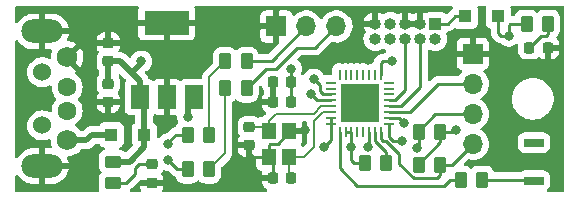
<source format=gbr>
G04 #@! TF.GenerationSoftware,KiCad,Pcbnew,6.0.2+dfsg-1*
G04 #@! TF.CreationDate,2022-03-12T18:16:22-05:00*
G04 #@! TF.ProjectId,PortaNet,506f7274-614e-4657-942e-6b696361645f,rev?*
G04 #@! TF.SameCoordinates,Original*
G04 #@! TF.FileFunction,Copper,L1,Top*
G04 #@! TF.FilePolarity,Positive*
%FSLAX46Y46*%
G04 Gerber Fmt 4.6, Leading zero omitted, Abs format (unit mm)*
G04 Created by KiCad (PCBNEW 6.0.2+dfsg-1) date 2022-03-12 18:16:22*
%MOMM*%
%LPD*%
G01*
G04 APERTURE LIST*
G04 Aperture macros list*
%AMRoundRect*
0 Rectangle with rounded corners*
0 $1 Rounding radius*
0 $2 $3 $4 $5 $6 $7 $8 $9 X,Y pos of 4 corners*
0 Add a 4 corners polygon primitive as box body*
4,1,4,$2,$3,$4,$5,$6,$7,$8,$9,$2,$3,0*
0 Add four circle primitives for the rounded corners*
1,1,$1+$1,$2,$3*
1,1,$1+$1,$4,$5*
1,1,$1+$1,$6,$7*
1,1,$1+$1,$8,$9*
0 Add four rect primitives between the rounded corners*
20,1,$1+$1,$2,$3,$4,$5,0*
20,1,$1+$1,$4,$5,$6,$7,0*
20,1,$1+$1,$6,$7,$8,$9,0*
20,1,$1+$1,$8,$9,$2,$3,0*%
G04 Aperture macros list end*
G04 #@! TA.AperFunction,SMDPad,CuDef*
%ADD10RoundRect,0.218750X0.218750X0.256250X-0.218750X0.256250X-0.218750X-0.256250X0.218750X-0.256250X0*%
G04 #@! TD*
G04 #@! TA.AperFunction,SMDPad,CuDef*
%ADD11RoundRect,0.187500X0.687500X0.187500X-0.687500X0.187500X-0.687500X-0.187500X0.687500X-0.187500X0*%
G04 #@! TD*
G04 #@! TA.AperFunction,SMDPad,CuDef*
%ADD12RoundRect,0.250000X-0.262500X-0.450000X0.262500X-0.450000X0.262500X0.450000X-0.262500X0.450000X0*%
G04 #@! TD*
G04 #@! TA.AperFunction,SMDPad,CuDef*
%ADD13RoundRect,0.225000X0.225000X0.250000X-0.225000X0.250000X-0.225000X-0.250000X0.225000X-0.250000X0*%
G04 #@! TD*
G04 #@! TA.AperFunction,WasherPad*
%ADD14C,1.524000*%
G04 #@! TD*
G04 #@! TA.AperFunction,ComponentPad*
%ADD15C,1.750000*%
G04 #@! TD*
G04 #@! TA.AperFunction,ComponentPad*
%ADD16C,1.600000*%
G04 #@! TD*
G04 #@! TA.AperFunction,ComponentPad*
%ADD17O,3.500000X2.000000*%
G04 #@! TD*
G04 #@! TA.AperFunction,SMDPad,CuDef*
%ADD18RoundRect,0.250000X0.262500X0.450000X-0.262500X0.450000X-0.262500X-0.450000X0.262500X-0.450000X0*%
G04 #@! TD*
G04 #@! TA.AperFunction,SMDPad,CuDef*
%ADD19RoundRect,0.062500X0.062500X-0.375000X0.062500X0.375000X-0.062500X0.375000X-0.062500X-0.375000X0*%
G04 #@! TD*
G04 #@! TA.AperFunction,SMDPad,CuDef*
%ADD20RoundRect,0.062500X0.375000X-0.062500X0.375000X0.062500X-0.375000X0.062500X-0.375000X-0.062500X0*%
G04 #@! TD*
G04 #@! TA.AperFunction,ComponentPad*
%ADD21C,0.500000*%
G04 #@! TD*
G04 #@! TA.AperFunction,SMDPad,CuDef*
%ADD22R,3.300000X3.300000*%
G04 #@! TD*
G04 #@! TA.AperFunction,SMDPad,CuDef*
%ADD23RoundRect,0.225000X-0.250000X0.225000X-0.250000X-0.225000X0.250000X-0.225000X0.250000X0.225000X0*%
G04 #@! TD*
G04 #@! TA.AperFunction,ComponentPad*
%ADD24R,1.000000X1.000000*%
G04 #@! TD*
G04 #@! TA.AperFunction,ComponentPad*
%ADD25O,1.000000X1.000000*%
G04 #@! TD*
G04 #@! TA.AperFunction,SMDPad,CuDef*
%ADD26RoundRect,0.218750X0.256250X-0.218750X0.256250X0.218750X-0.256250X0.218750X-0.256250X-0.218750X0*%
G04 #@! TD*
G04 #@! TA.AperFunction,ComponentPad*
%ADD27R,1.700000X1.700000*%
G04 #@! TD*
G04 #@! TA.AperFunction,ComponentPad*
%ADD28O,1.700000X1.700000*%
G04 #@! TD*
G04 #@! TA.AperFunction,SMDPad,CuDef*
%ADD29R,1.500000X2.000000*%
G04 #@! TD*
G04 #@! TA.AperFunction,SMDPad,CuDef*
%ADD30R,3.800000X2.000000*%
G04 #@! TD*
G04 #@! TA.AperFunction,SMDPad,CuDef*
%ADD31R,1.100000X1.100000*%
G04 #@! TD*
G04 #@! TA.AperFunction,SMDPad,CuDef*
%ADD32R,1.200000X1.400000*%
G04 #@! TD*
G04 #@! TA.AperFunction,SMDPad,CuDef*
%ADD33RoundRect,0.250000X0.450000X-0.262500X0.450000X0.262500X-0.450000X0.262500X-0.450000X-0.262500X0*%
G04 #@! TD*
G04 #@! TA.AperFunction,SMDPad,CuDef*
%ADD34RoundRect,0.225000X0.250000X-0.225000X0.250000X0.225000X-0.250000X0.225000X-0.250000X-0.225000X0*%
G04 #@! TD*
G04 #@! TA.AperFunction,ViaPad*
%ADD35C,0.800000*%
G04 #@! TD*
G04 #@! TA.AperFunction,Conductor*
%ADD36C,0.250000*%
G04 #@! TD*
G04 #@! TA.AperFunction,Conductor*
%ADD37C,0.500000*%
G04 #@! TD*
G04 #@! TA.AperFunction,Conductor*
%ADD38C,0.200000*%
G04 #@! TD*
G04 APERTURE END LIST*
D10*
X167284500Y-66802000D03*
X165709500Y-66802000D03*
D11*
X166089000Y-78041500D03*
X166089000Y-74841500D03*
D12*
X136755500Y-74168000D03*
X138580500Y-74168000D03*
D13*
X145555000Y-71374000D03*
X144005000Y-71374000D03*
D14*
X124460000Y-68870000D03*
X124460000Y-73370000D03*
D15*
X126560000Y-74620000D03*
D16*
X126560000Y-72120000D03*
X126560000Y-70120000D03*
D15*
X126560000Y-67620000D03*
D17*
X124460000Y-76820000D03*
X124460000Y-65420000D03*
D12*
X136755500Y-77089000D03*
X138580500Y-77089000D03*
D13*
X145555000Y-69723000D03*
X144005000Y-69723000D03*
D18*
X167282500Y-64770000D03*
X165457500Y-64770000D03*
X161694500Y-77978000D03*
X159869500Y-77978000D03*
D19*
X149634000Y-73938500D03*
X150134000Y-73938500D03*
X150634000Y-73938500D03*
X151134000Y-73938500D03*
X151634000Y-73938500D03*
X152134000Y-73938500D03*
X152634000Y-73938500D03*
X153134000Y-73938500D03*
D20*
X153821500Y-73251000D03*
X153821500Y-72751000D03*
X153821500Y-72251000D03*
X153821500Y-71751000D03*
X153821500Y-71251000D03*
X153821500Y-70751000D03*
X153821500Y-70251000D03*
X153821500Y-69751000D03*
D19*
X153134000Y-69063500D03*
X152634000Y-69063500D03*
X152134000Y-69063500D03*
X151634000Y-69063500D03*
X151134000Y-69063500D03*
X150634000Y-69063500D03*
X150134000Y-69063500D03*
X149634000Y-69063500D03*
D20*
X148946500Y-69751000D03*
X148946500Y-70251000D03*
X148946500Y-70751000D03*
X148946500Y-71251000D03*
X148946500Y-71751000D03*
X148946500Y-72251000D03*
X148946500Y-72751000D03*
X148946500Y-73251000D03*
D21*
X152384000Y-71501000D03*
X150384000Y-72501000D03*
X151384000Y-70501000D03*
X152384000Y-70501000D03*
X151384000Y-71501000D03*
D22*
X151384000Y-71501000D03*
D21*
X152384000Y-72501000D03*
X151384000Y-72501000D03*
X150384000Y-70501000D03*
X150384000Y-71501000D03*
D23*
X130048000Y-69837000D03*
X130048000Y-71387000D03*
D24*
X157744000Y-64780000D03*
D25*
X157744000Y-66050000D03*
X156474000Y-64780000D03*
X156474000Y-66050000D03*
X155204000Y-64780000D03*
X155204000Y-66050000D03*
X153934000Y-64780000D03*
X153934000Y-66050000D03*
X152664000Y-64780000D03*
X152664000Y-66050000D03*
D12*
X156313500Y-73914000D03*
X158138500Y-73914000D03*
D26*
X133731000Y-78257500D03*
X133731000Y-76682500D03*
D27*
X144287000Y-64999000D03*
D28*
X146827000Y-64999000D03*
X149367000Y-64999000D03*
D29*
X132701000Y-70968000D03*
X135001000Y-70968000D03*
D30*
X135001000Y-64668000D03*
D29*
X137301000Y-70968000D03*
D18*
X141755500Y-67945000D03*
X139930500Y-67945000D03*
D31*
X163071000Y-64135000D03*
X160271000Y-64135000D03*
D18*
X158138500Y-76708000D03*
X156313500Y-76708000D03*
D32*
X143676000Y-73830000D03*
X143676000Y-76030000D03*
X145376000Y-76030000D03*
X145376000Y-73830000D03*
D13*
X145555000Y-77851000D03*
X144005000Y-77851000D03*
D27*
X160909000Y-67310000D03*
D28*
X160909000Y-69850000D03*
X160909000Y-72390000D03*
X160909000Y-74930000D03*
D33*
X130429000Y-78255500D03*
X130429000Y-76430500D03*
D12*
X139930500Y-70231000D03*
X141755500Y-70231000D03*
D23*
X141986000Y-73520000D03*
X141986000Y-75070000D03*
D34*
X130048000Y-67958000D03*
X130048000Y-66408000D03*
D31*
X133099000Y-74168000D03*
X130299000Y-74168000D03*
D18*
X153566500Y-76581000D03*
X151741500Y-76581000D03*
D35*
X154051000Y-67945000D03*
X136779000Y-72644000D03*
X148336000Y-75184000D03*
X145542000Y-68580000D03*
X163957000Y-65786000D03*
X159512000Y-73787000D03*
X150622000Y-75184000D03*
X152019000Y-67818000D03*
X146685000Y-73787000D03*
X132842000Y-67945000D03*
X147193000Y-70739000D03*
X147447000Y-69469000D03*
X135128000Y-76327000D03*
X135128000Y-74930000D03*
X152019000Y-75184000D03*
X156210000Y-75311000D03*
X154940000Y-74676000D03*
X155067000Y-73152000D03*
D36*
X166025500Y-77978000D02*
X166089000Y-78041500D01*
X161694500Y-77978000D02*
X166025500Y-77978000D01*
X145555000Y-69723000D02*
X145555000Y-71374000D01*
X163957000Y-65786000D02*
X163322000Y-65786000D01*
X148946500Y-73251000D02*
X148946500Y-74573500D01*
X158138500Y-74779500D02*
X158138500Y-73914000D01*
X145542000Y-69710000D02*
X145555000Y-69723000D01*
X145542000Y-68580000D02*
X145542000Y-69710000D01*
X163322000Y-65786000D02*
X163071000Y-65535000D01*
X151741500Y-76581000D02*
X150876000Y-76581000D01*
X164084000Y-64770000D02*
X163957000Y-64897000D01*
X156313500Y-76708000D02*
X156313500Y-76604500D01*
X153134000Y-69063500D02*
X153134000Y-68100000D01*
X156313500Y-76604500D02*
X158138500Y-74779500D01*
X150876000Y-76581000D02*
X150622000Y-76327000D01*
X148946500Y-72751000D02*
X148946500Y-73251000D01*
X163071000Y-65535000D02*
X163071000Y-64135000D01*
X159385000Y-73914000D02*
X159512000Y-73787000D01*
X150622000Y-76327000D02*
X150622000Y-75184000D01*
X153134000Y-68100000D02*
X153289000Y-67945000D01*
X150634000Y-73938500D02*
X150634000Y-75172000D01*
X148946500Y-74573500D02*
X148336000Y-75184000D01*
X153289000Y-67945000D02*
X154051000Y-67945000D01*
X150634000Y-75172000D02*
X150622000Y-75184000D01*
X157988000Y-69850000D02*
X160909000Y-69850000D01*
X150634000Y-73938500D02*
X150134000Y-73938500D01*
D37*
X136779000Y-71490000D02*
X137301000Y-70968000D01*
D36*
X155587000Y-72251000D02*
X157988000Y-69850000D01*
X163957000Y-64897000D02*
X163957000Y-65786000D01*
X153821500Y-72251000D02*
X155587000Y-72251000D01*
D37*
X136779000Y-72644000D02*
X136779000Y-71490000D01*
D36*
X158138500Y-73914000D02*
X159385000Y-73914000D01*
X165457500Y-64770000D02*
X164084000Y-64770000D01*
X145376000Y-73953000D02*
X144399000Y-74930000D01*
X145460000Y-73914000D02*
X145376000Y-73830000D01*
X141986000Y-75070000D02*
X141986000Y-75692000D01*
X145376000Y-73830000D02*
X145376000Y-73953000D01*
X145419000Y-73787000D02*
X145376000Y-73830000D01*
X146685000Y-73787000D02*
X145419000Y-73787000D01*
X144399000Y-74930000D02*
X143764000Y-74930000D01*
X141986000Y-75692000D02*
X142324000Y-76030000D01*
X143764000Y-74930000D02*
X143637000Y-75057000D01*
X144005000Y-77851000D02*
X144005000Y-76359000D01*
X142324000Y-76030000D02*
X143676000Y-76030000D01*
X144005000Y-76359000D02*
X143676000Y-76030000D01*
X143637000Y-75991000D02*
X143676000Y-76030000D01*
X143637000Y-75057000D02*
X143637000Y-75991000D01*
D37*
X133099000Y-71366000D02*
X132701000Y-70968000D01*
X130429000Y-76430500D02*
X131849500Y-76430500D01*
X132701000Y-70968000D02*
X132701000Y-69582000D01*
X133099000Y-74168000D02*
X133099000Y-71366000D01*
X132016500Y-68897500D02*
X131077000Y-67958000D01*
X130048000Y-67958000D02*
X130048000Y-69837000D01*
X131849500Y-76430500D02*
X133099000Y-75181000D01*
X132701000Y-69582000D02*
X132016500Y-68897500D01*
X132842000Y-68072000D02*
X132842000Y-67945000D01*
X131077000Y-67958000D02*
X130048000Y-67958000D01*
X132016500Y-68897500D02*
X132842000Y-68072000D01*
X133099000Y-75181000D02*
X133099000Y-74168000D01*
D38*
X147447000Y-72390000D02*
X148086000Y-71751000D01*
X148086000Y-71751000D02*
X148946500Y-71751000D01*
X143676000Y-72986000D02*
X144272000Y-72390000D01*
X144272000Y-72390000D02*
X147447000Y-72390000D01*
X143676000Y-73830000D02*
X143676000Y-72986000D01*
X143366000Y-73520000D02*
X143676000Y-73830000D01*
X141986000Y-73520000D02*
X143366000Y-73520000D01*
X148221000Y-72251000D02*
X148946500Y-72251000D01*
X146601000Y-76030000D02*
X147447000Y-75184000D01*
X145376000Y-77672000D02*
X145555000Y-77851000D01*
X147447000Y-73025000D02*
X148221000Y-72251000D01*
X145376000Y-76030000D02*
X146601000Y-76030000D01*
X147447000Y-75184000D02*
X147447000Y-73025000D01*
X145376000Y-76030000D02*
X145376000Y-77672000D01*
D37*
X128199000Y-74620000D02*
X128651000Y-74168000D01*
X126560000Y-74620000D02*
X128199000Y-74620000D01*
X128651000Y-74168000D02*
X130299000Y-74168000D01*
D36*
X132334000Y-77470000D02*
X132334000Y-76962000D01*
X131548500Y-78255500D02*
X132334000Y-77470000D01*
X130429000Y-78255500D02*
X131548500Y-78255500D01*
X132613500Y-76682500D02*
X133731000Y-76682500D01*
X132334000Y-76962000D02*
X132613500Y-76682500D01*
X166725500Y-65786000D02*
X167132000Y-65786000D01*
X165709500Y-66802000D02*
X166725500Y-65786000D01*
X167282500Y-65635500D02*
X167282500Y-64770000D01*
X167132000Y-65786000D02*
X167282500Y-65635500D01*
X158790800Y-64780000D02*
X157744000Y-64780000D01*
X160271000Y-64135000D02*
X159435800Y-64135000D01*
X159435800Y-64135000D02*
X158790800Y-64780000D01*
X143881000Y-67945000D02*
X146827000Y-64999000D01*
X147193000Y-70739000D02*
X147705000Y-71251000D01*
X147705000Y-71251000D02*
X148946500Y-71251000D01*
X141755500Y-67945000D02*
X143881000Y-67945000D01*
X149367000Y-64999000D02*
X147564000Y-66802000D01*
X147955000Y-69977000D02*
X147447000Y-69469000D01*
X143406500Y-68580000D02*
X141755500Y-70231000D01*
X147564000Y-66802000D02*
X146050000Y-66802000D01*
X147955000Y-70485000D02*
X147955000Y-69977000D01*
X148221000Y-70751000D02*
X147955000Y-70485000D01*
X144272000Y-68580000D02*
X143406500Y-68580000D01*
X146050000Y-66802000D02*
X144272000Y-68580000D01*
X148946500Y-70751000D02*
X148221000Y-70751000D01*
X135890000Y-77089000D02*
X135128000Y-76327000D01*
X136755500Y-77089000D02*
X135890000Y-77089000D01*
X136755500Y-74168000D02*
X135763000Y-74168000D01*
X135763000Y-74168000D02*
X135128000Y-74803000D01*
X135128000Y-74803000D02*
X135128000Y-74930000D01*
X156313500Y-73914000D02*
X156313500Y-73810500D01*
X152134000Y-75069000D02*
X152019000Y-75184000D01*
X152134000Y-73938500D02*
X152134000Y-75069000D01*
X156313500Y-73810500D02*
X157734000Y-72390000D01*
X157734000Y-72390000D02*
X160909000Y-72390000D01*
X156313500Y-73914000D02*
X156313500Y-75207500D01*
X156313500Y-75207500D02*
X156210000Y-75311000D01*
X153289718Y-74676000D02*
X153134000Y-74520282D01*
X158138500Y-77573500D02*
X157861000Y-77851000D01*
X154686000Y-76605493D02*
X154686000Y-75819000D01*
X153543000Y-74676000D02*
X153289718Y-74676000D01*
X157861000Y-77851000D02*
X155931507Y-77851000D01*
X153134000Y-74520282D02*
X153134000Y-73938500D01*
X158138500Y-76708000D02*
X159131000Y-76708000D01*
X158138500Y-76708000D02*
X158138500Y-77573500D01*
X154686000Y-75819000D02*
X153543000Y-74676000D01*
X159131000Y-76708000D02*
X160909000Y-74930000D01*
X155931507Y-77851000D02*
X154686000Y-76605493D01*
X153821500Y-74318782D02*
X154178718Y-74676000D01*
X153821500Y-73251000D02*
X153821500Y-74318782D01*
X154178718Y-74676000D02*
X154940000Y-74676000D01*
X156474000Y-66050000D02*
X156474000Y-70083272D01*
X156474000Y-70083272D02*
X154806272Y-71751000D01*
X154806272Y-71751000D02*
X153821500Y-71751000D01*
X154306328Y-71251000D02*
X155204000Y-70353328D01*
X155204000Y-70353328D02*
X155204000Y-66050000D01*
X153821500Y-71251000D02*
X154306328Y-71251000D01*
X154666000Y-72751000D02*
X155067000Y-73152000D01*
X153821500Y-72751000D02*
X154666000Y-72751000D01*
X153566500Y-75588500D02*
X152634000Y-74656000D01*
X153566500Y-76581000D02*
X153566500Y-75588500D01*
X152634000Y-74656000D02*
X152634000Y-73938500D01*
D38*
X138580500Y-69295000D02*
X139930500Y-67945000D01*
X138580500Y-74168000D02*
X138580500Y-69295000D01*
X139930500Y-75739000D02*
X139930500Y-70231000D01*
X138580500Y-77089000D02*
X139930500Y-75739000D01*
D36*
X159004000Y-77978000D02*
X158496000Y-78486000D01*
X149634000Y-73938500D02*
X149634000Y-76990000D01*
X159869500Y-77978000D02*
X159004000Y-77978000D01*
X158496000Y-78486000D02*
X151130000Y-78486000D01*
X149634000Y-76990000D02*
X151130000Y-78486000D01*
G04 #@! TA.AperFunction,Conductor*
G36*
X161991307Y-63266002D02*
G01*
X162037800Y-63319658D01*
X162047904Y-63389932D01*
X162041168Y-63416229D01*
X162022029Y-63467282D01*
X162022029Y-63467284D01*
X162019255Y-63474684D01*
X162012500Y-63536866D01*
X162012500Y-64733134D01*
X162019255Y-64795316D01*
X162070385Y-64931705D01*
X162157739Y-65048261D01*
X162274295Y-65135615D01*
X162282703Y-65138767D01*
X162355730Y-65166144D01*
X162412494Y-65208786D01*
X162437194Y-65275348D01*
X162437500Y-65284126D01*
X162437500Y-65456233D01*
X162436973Y-65467416D01*
X162435298Y-65474909D01*
X162435547Y-65482835D01*
X162435547Y-65482836D01*
X162437438Y-65542986D01*
X162437500Y-65546945D01*
X162437500Y-65574856D01*
X162437997Y-65578790D01*
X162437997Y-65578791D01*
X162438005Y-65578856D01*
X162438938Y-65590693D01*
X162440327Y-65634889D01*
X162444946Y-65650787D01*
X162445978Y-65654339D01*
X162449987Y-65673700D01*
X162452526Y-65693797D01*
X162455445Y-65701168D01*
X162455445Y-65701170D01*
X162468804Y-65734912D01*
X162472649Y-65746142D01*
X162482771Y-65780983D01*
X162484982Y-65788593D01*
X162489015Y-65795412D01*
X162489017Y-65795417D01*
X162495293Y-65806028D01*
X162503988Y-65823776D01*
X162511448Y-65842617D01*
X162516110Y-65849033D01*
X162516110Y-65849034D01*
X162537436Y-65878387D01*
X162543952Y-65888307D01*
X162561303Y-65917645D01*
X162566458Y-65926362D01*
X162580779Y-65940683D01*
X162593619Y-65955716D01*
X162605528Y-65972107D01*
X162611634Y-65977158D01*
X162639605Y-66000298D01*
X162648384Y-66008288D01*
X162818343Y-66178247D01*
X162825887Y-66186537D01*
X162830000Y-66193018D01*
X162879315Y-66239327D01*
X162879667Y-66239658D01*
X162882509Y-66242413D01*
X162902231Y-66262135D01*
X162905355Y-66264558D01*
X162905359Y-66264562D01*
X162905424Y-66264612D01*
X162914445Y-66272317D01*
X162946679Y-66302586D01*
X162953627Y-66306405D01*
X162953629Y-66306407D01*
X162964432Y-66312346D01*
X162980959Y-66323202D01*
X162990698Y-66330757D01*
X162990700Y-66330758D01*
X162996960Y-66335614D01*
X163037540Y-66353174D01*
X163048188Y-66358391D01*
X163072976Y-66372018D01*
X163086940Y-66379695D01*
X163094616Y-66381666D01*
X163094619Y-66381667D01*
X163106562Y-66384733D01*
X163125267Y-66391137D01*
X163143855Y-66399181D01*
X163151678Y-66400420D01*
X163151688Y-66400423D01*
X163187524Y-66406099D01*
X163199144Y-66408505D01*
X163225732Y-66415331D01*
X163241970Y-66419500D01*
X163249899Y-66419500D01*
X163257760Y-66420493D01*
X163257561Y-66422072D01*
X163316921Y-66439502D01*
X163336146Y-66455843D01*
X163336420Y-66455539D01*
X163341328Y-66459959D01*
X163345747Y-66464866D01*
X163351089Y-66468747D01*
X163351091Y-66468749D01*
X163475842Y-66559386D01*
X163500248Y-66577118D01*
X163506276Y-66579802D01*
X163506278Y-66579803D01*
X163668681Y-66652109D01*
X163674712Y-66654794D01*
X163765069Y-66674000D01*
X163855056Y-66693128D01*
X163855061Y-66693128D01*
X163861513Y-66694500D01*
X164052487Y-66694500D01*
X164058939Y-66693128D01*
X164058944Y-66693128D01*
X164148931Y-66674000D01*
X164239288Y-66654794D01*
X164245319Y-66652109D01*
X164407722Y-66579803D01*
X164407724Y-66579802D01*
X164413752Y-66577118D01*
X164438158Y-66559386D01*
X164563439Y-66468364D01*
X164630307Y-66444505D01*
X164699458Y-66460586D01*
X164748939Y-66511500D01*
X164763500Y-66570300D01*
X164763500Y-67106572D01*
X164774022Y-67207982D01*
X164827692Y-67368849D01*
X164916929Y-67513055D01*
X165036947Y-67632864D01*
X165181308Y-67721849D01*
X165188256Y-67724154D01*
X165188257Y-67724154D01*
X165335738Y-67773072D01*
X165335740Y-67773072D01*
X165342269Y-67775238D01*
X165442428Y-67785500D01*
X165976572Y-67785500D01*
X165979818Y-67785163D01*
X165979822Y-67785163D01*
X166013603Y-67781658D01*
X166077982Y-67774978D01*
X166238849Y-67721308D01*
X166383055Y-67632071D01*
X166408241Y-67606841D01*
X166470523Y-67572762D01*
X166541343Y-67577765D01*
X166586432Y-67606686D01*
X166607080Y-67627298D01*
X166618491Y-67636310D01*
X166750291Y-67717553D01*
X166763468Y-67723697D01*
X166910843Y-67772579D01*
X166924210Y-67775445D01*
X167013700Y-67784614D01*
X167027624Y-67780525D01*
X167028829Y-67779135D01*
X167030500Y-67771452D01*
X167030500Y-67766885D01*
X167538500Y-67766885D01*
X167542975Y-67782124D01*
X167544365Y-67783329D01*
X167551321Y-67784842D01*
X167554782Y-67784663D01*
X167646021Y-67775196D01*
X167659417Y-67772303D01*
X167806687Y-67723170D01*
X167819866Y-67716996D01*
X167951514Y-67635530D01*
X167962915Y-67626494D01*
X168072298Y-67516920D01*
X168081310Y-67505509D01*
X168162553Y-67373709D01*
X168168697Y-67360532D01*
X168217579Y-67213157D01*
X168220445Y-67199790D01*
X168229672Y-67109730D01*
X168230000Y-67103315D01*
X168230000Y-67074115D01*
X168225525Y-67058876D01*
X168224135Y-67057671D01*
X168216452Y-67056000D01*
X167556615Y-67056000D01*
X167541376Y-67060475D01*
X167540171Y-67061865D01*
X167538500Y-67069548D01*
X167538500Y-67766885D01*
X167030500Y-67766885D01*
X167030500Y-66674000D01*
X167050502Y-66605879D01*
X167104158Y-66559386D01*
X167156500Y-66548000D01*
X168211885Y-66548000D01*
X168227124Y-66543525D01*
X168228329Y-66542135D01*
X168230000Y-66534452D01*
X168230000Y-66500734D01*
X168229663Y-66494218D01*
X168220196Y-66402979D01*
X168217303Y-66389583D01*
X168168170Y-66242313D01*
X168161996Y-66229134D01*
X168080530Y-66097486D01*
X168071494Y-66086085D01*
X167998554Y-66013272D01*
X167964475Y-65950989D01*
X167969478Y-65880169D01*
X168009310Y-65825351D01*
X168013116Y-65822334D01*
X168019348Y-65818478D01*
X168144305Y-65693303D01*
X168158835Y-65669731D01*
X168233275Y-65548968D01*
X168233276Y-65548966D01*
X168237115Y-65542738D01*
X168282793Y-65405022D01*
X168290632Y-65381389D01*
X168290632Y-65381387D01*
X168292797Y-65374861D01*
X168294117Y-65361983D01*
X168299745Y-65307048D01*
X168303500Y-65270400D01*
X168303500Y-64269600D01*
X168292526Y-64163834D01*
X168288370Y-64151375D01*
X168238868Y-64003002D01*
X168236550Y-63996054D01*
X168143478Y-63845652D01*
X168018303Y-63720695D01*
X168012072Y-63716854D01*
X167873968Y-63631725D01*
X167873966Y-63631724D01*
X167867738Y-63627885D01*
X167787995Y-63601436D01*
X167706389Y-63574368D01*
X167706387Y-63574368D01*
X167699861Y-63572203D01*
X167693025Y-63571503D01*
X167693022Y-63571502D01*
X167649969Y-63567091D01*
X167595400Y-63561500D01*
X166969600Y-63561500D01*
X166966354Y-63561837D01*
X166966350Y-63561837D01*
X166870692Y-63571762D01*
X166870688Y-63571763D01*
X166863834Y-63572474D01*
X166857298Y-63574655D01*
X166857296Y-63574655D01*
X166766561Y-63604927D01*
X166696054Y-63628450D01*
X166545652Y-63721522D01*
X166480614Y-63786674D01*
X166459216Y-63808109D01*
X166396934Y-63842188D01*
X166326114Y-63837185D01*
X166281025Y-63808264D01*
X166198483Y-63725866D01*
X166193303Y-63720695D01*
X166187072Y-63716854D01*
X166048968Y-63631725D01*
X166048966Y-63631724D01*
X166042738Y-63627885D01*
X165962995Y-63601436D01*
X165881389Y-63574368D01*
X165881387Y-63574368D01*
X165874861Y-63572203D01*
X165868025Y-63571503D01*
X165868022Y-63571502D01*
X165824969Y-63567091D01*
X165770400Y-63561500D01*
X165144600Y-63561500D01*
X165141354Y-63561837D01*
X165141350Y-63561837D01*
X165045692Y-63571762D01*
X165045688Y-63571763D01*
X165038834Y-63572474D01*
X165032298Y-63574655D01*
X165032296Y-63574655D01*
X164941561Y-63604927D01*
X164871054Y-63628450D01*
X164720652Y-63721522D01*
X164595695Y-63846697D01*
X164591855Y-63852927D01*
X164591854Y-63852928D01*
X164509571Y-63986416D01*
X164502885Y-63997262D01*
X164490029Y-64036022D01*
X164485337Y-64050168D01*
X164444906Y-64108527D01*
X164379342Y-64135764D01*
X164365744Y-64136500D01*
X164255500Y-64136500D01*
X164187379Y-64116498D01*
X164140886Y-64062842D01*
X164129500Y-64010500D01*
X164129500Y-63536866D01*
X164122745Y-63474684D01*
X164119971Y-63467284D01*
X164119971Y-63467282D01*
X164100832Y-63416229D01*
X164095649Y-63345422D01*
X164129571Y-63283053D01*
X164191826Y-63248924D01*
X164218814Y-63246000D01*
X168530000Y-63246000D01*
X168598121Y-63266002D01*
X168644614Y-63319658D01*
X168656000Y-63372000D01*
X168656000Y-78868000D01*
X168635998Y-78936121D01*
X168582342Y-78982614D01*
X168530000Y-78994000D01*
X167300031Y-78994000D01*
X167231910Y-78973998D01*
X167185417Y-78920342D01*
X167175313Y-78850068D01*
X167204807Y-78785488D01*
X167210936Y-78778905D01*
X167328230Y-78661611D01*
X167415496Y-78517518D01*
X167465872Y-78356768D01*
X167472500Y-78284635D01*
X167472499Y-77798366D01*
X167471685Y-77789500D01*
X167467965Y-77749011D01*
X167465872Y-77726232D01*
X167463873Y-77719853D01*
X167417768Y-77572731D01*
X167417767Y-77572729D01*
X167415496Y-77565482D01*
X167379078Y-77505348D01*
X167351055Y-77459077D01*
X167328230Y-77421389D01*
X167209111Y-77302270D01*
X167109917Y-77242196D01*
X167071514Y-77218938D01*
X167071513Y-77218938D01*
X167065018Y-77215004D01*
X167057771Y-77212733D01*
X167057769Y-77212732D01*
X166963927Y-77183324D01*
X166904268Y-77164628D01*
X166832135Y-77158000D01*
X166829237Y-77158000D01*
X166087072Y-77158001D01*
X165345866Y-77158001D01*
X165343008Y-77158264D01*
X165342999Y-77158264D01*
X165311916Y-77161120D01*
X165273732Y-77164628D01*
X165267354Y-77166627D01*
X165267353Y-77166627D01*
X165120231Y-77212732D01*
X165120229Y-77212733D01*
X165112982Y-77215004D01*
X165106487Y-77218938D01*
X165106486Y-77218938D01*
X165068083Y-77242196D01*
X164968889Y-77302270D01*
X164963516Y-77307643D01*
X164957544Y-77312326D01*
X164956751Y-77311315D01*
X164901252Y-77341621D01*
X164874469Y-77344500D01*
X162786197Y-77344500D01*
X162718076Y-77324498D01*
X162671583Y-77270842D01*
X162666674Y-77258377D01*
X162650867Y-77210998D01*
X162650866Y-77210996D01*
X162648550Y-77204054D01*
X162634046Y-77180615D01*
X162559332Y-77059880D01*
X162555478Y-77053652D01*
X162531641Y-77029856D01*
X162435483Y-76933866D01*
X162430303Y-76928695D01*
X162416291Y-76920058D01*
X162285968Y-76839725D01*
X162285966Y-76839724D01*
X162279738Y-76835885D01*
X162119254Y-76782655D01*
X162118389Y-76782368D01*
X162118387Y-76782368D01*
X162111861Y-76780203D01*
X162105025Y-76779503D01*
X162105022Y-76779502D01*
X162057849Y-76774669D01*
X162007400Y-76769500D01*
X161381600Y-76769500D01*
X161378354Y-76769837D01*
X161378350Y-76769837D01*
X161282692Y-76779762D01*
X161282688Y-76779763D01*
X161275834Y-76780474D01*
X161269298Y-76782655D01*
X161269296Y-76782655D01*
X161137194Y-76826728D01*
X161108054Y-76836450D01*
X160957652Y-76929522D01*
X160952479Y-76934704D01*
X160871216Y-77016109D01*
X160808934Y-77050188D01*
X160738114Y-77045185D01*
X160693025Y-77016264D01*
X160610483Y-76933866D01*
X160605303Y-76928695D01*
X160591291Y-76920058D01*
X160460968Y-76839725D01*
X160460966Y-76839724D01*
X160454738Y-76835885D01*
X160294254Y-76782655D01*
X160293389Y-76782368D01*
X160293387Y-76782368D01*
X160286861Y-76780203D01*
X160280025Y-76779503D01*
X160280022Y-76779502D01*
X160249246Y-76776349D01*
X160183519Y-76749508D01*
X160142737Y-76691393D01*
X160139849Y-76620455D01*
X160172994Y-76561910D01*
X160453549Y-76281355D01*
X160515861Y-76247329D01*
X160567762Y-76246979D01*
X160747597Y-76283567D01*
X160752772Y-76283757D01*
X160752774Y-76283757D01*
X160965673Y-76291564D01*
X160965677Y-76291564D01*
X160970837Y-76291753D01*
X160975957Y-76291097D01*
X160975959Y-76291097D01*
X161187288Y-76264025D01*
X161187289Y-76264025D01*
X161192416Y-76263368D01*
X161243890Y-76247925D01*
X161401429Y-76200661D01*
X161401434Y-76200659D01*
X161406384Y-76199174D01*
X161606994Y-76100896D01*
X161788860Y-75971173D01*
X161947096Y-75813489D01*
X161950292Y-75809042D01*
X162074435Y-75636277D01*
X162077453Y-75632077D01*
X162082043Y-75622791D01*
X162174136Y-75436453D01*
X162174137Y-75436451D01*
X162176430Y-75431811D01*
X162212770Y-75312202D01*
X162239865Y-75223023D01*
X162239865Y-75223021D01*
X162241370Y-75218069D01*
X162270529Y-74996590D01*
X162271078Y-74974138D01*
X162272074Y-74933365D01*
X162272074Y-74933361D01*
X162272156Y-74930000D01*
X162253852Y-74707361D01*
X162226474Y-74598365D01*
X164705500Y-74598365D01*
X164705501Y-75084634D01*
X164705764Y-75087492D01*
X164705764Y-75087501D01*
X164708249Y-75114547D01*
X164712128Y-75156768D01*
X164714127Y-75163146D01*
X164714127Y-75163147D01*
X164759537Y-75308049D01*
X164762504Y-75317518D01*
X164766438Y-75324013D01*
X164766438Y-75324014D01*
X164781229Y-75348437D01*
X164849770Y-75461611D01*
X164968889Y-75580730D01*
X164975385Y-75584664D01*
X165106163Y-75663866D01*
X165112982Y-75667996D01*
X165120229Y-75670267D01*
X165120231Y-75670268D01*
X165159443Y-75682556D01*
X165273732Y-75718372D01*
X165345865Y-75725000D01*
X165348763Y-75725000D01*
X166090928Y-75724999D01*
X166832134Y-75724999D01*
X166834992Y-75724736D01*
X166835001Y-75724736D01*
X166870137Y-75721508D01*
X166904268Y-75718372D01*
X166922013Y-75712811D01*
X167057769Y-75670268D01*
X167057771Y-75670267D01*
X167065018Y-75667996D01*
X167071838Y-75663866D01*
X167202615Y-75584664D01*
X167209111Y-75580730D01*
X167328230Y-75461611D01*
X167396771Y-75348437D01*
X167411562Y-75324014D01*
X167411562Y-75324013D01*
X167415496Y-75317518D01*
X167418464Y-75308049D01*
X167445697Y-75221146D01*
X167465872Y-75156768D01*
X167472500Y-75084635D01*
X167472499Y-74598366D01*
X167472234Y-74595474D01*
X167466483Y-74532886D01*
X167465872Y-74526232D01*
X167450385Y-74476814D01*
X167417768Y-74372731D01*
X167417767Y-74372729D01*
X167415496Y-74365482D01*
X167328230Y-74221389D01*
X167209111Y-74102270D01*
X167124989Y-74051324D01*
X167071514Y-74018938D01*
X167071513Y-74018938D01*
X167065018Y-74015004D01*
X167057771Y-74012733D01*
X167057769Y-74012732D01*
X166992321Y-73992222D01*
X166904268Y-73964628D01*
X166832135Y-73958000D01*
X166829237Y-73958000D01*
X166087072Y-73958001D01*
X165345866Y-73958001D01*
X165343008Y-73958264D01*
X165342999Y-73958264D01*
X165307863Y-73961492D01*
X165273732Y-73964628D01*
X165267354Y-73966627D01*
X165267353Y-73966627D01*
X165120231Y-74012732D01*
X165120229Y-74012733D01*
X165112982Y-74015004D01*
X165106487Y-74018938D01*
X165106486Y-74018938D01*
X165053011Y-74051324D01*
X164968889Y-74102270D01*
X164849770Y-74221389D01*
X164762504Y-74365482D01*
X164760233Y-74372729D01*
X164760232Y-74372731D01*
X164739722Y-74438179D01*
X164712128Y-74526232D01*
X164705500Y-74598365D01*
X162226474Y-74598365D01*
X162199431Y-74490702D01*
X162110354Y-74285840D01*
X162027689Y-74158059D01*
X161991822Y-74102617D01*
X161991820Y-74102614D01*
X161989014Y-74098277D01*
X161838670Y-73933051D01*
X161834619Y-73929852D01*
X161834615Y-73929848D01*
X161667414Y-73797800D01*
X161667410Y-73797798D01*
X161663359Y-73794598D01*
X161622053Y-73771796D01*
X161572084Y-73721364D01*
X161557312Y-73651921D01*
X161582428Y-73585516D01*
X161609780Y-73558909D01*
X161707541Y-73489177D01*
X161788860Y-73431173D01*
X161807053Y-73413044D01*
X161943435Y-73277137D01*
X161947096Y-73273489D01*
X162077453Y-73092077D01*
X162104172Y-73038016D01*
X162174136Y-72896453D01*
X162174137Y-72896451D01*
X162176430Y-72891811D01*
X162231168Y-72711647D01*
X162239865Y-72683023D01*
X162239865Y-72683021D01*
X162241370Y-72678069D01*
X162270529Y-72456590D01*
X162271503Y-72416736D01*
X162272074Y-72393365D01*
X162272074Y-72393361D01*
X162272156Y-72390000D01*
X162253852Y-72167361D01*
X162199431Y-71950702D01*
X162110354Y-71745840D01*
X162043253Y-71642118D01*
X161991822Y-71562617D01*
X161991820Y-71562614D01*
X161989014Y-71558277D01*
X161838670Y-71393051D01*
X161834619Y-71389852D01*
X161834615Y-71389848D01*
X161667414Y-71257800D01*
X161667410Y-71257798D01*
X161663359Y-71254598D01*
X161622053Y-71231796D01*
X161617950Y-71227655D01*
X164228858Y-71227655D01*
X164264104Y-71486638D01*
X164265412Y-71491124D01*
X164265412Y-71491126D01*
X164278611Y-71536411D01*
X164337243Y-71737567D01*
X164339203Y-71741820D01*
X164339204Y-71741821D01*
X164354509Y-71775019D01*
X164446668Y-71974928D01*
X164472946Y-72015009D01*
X164587410Y-72189596D01*
X164587414Y-72189601D01*
X164589976Y-72193509D01*
X164764018Y-72388506D01*
X164964970Y-72555637D01*
X164975187Y-72561837D01*
X165184422Y-72688804D01*
X165184426Y-72688806D01*
X165188419Y-72691229D01*
X165429455Y-72792303D01*
X165682783Y-72856641D01*
X165687434Y-72857109D01*
X165687438Y-72857110D01*
X165880308Y-72876531D01*
X165899867Y-72878500D01*
X166055354Y-72878500D01*
X166057679Y-72878327D01*
X166057685Y-72878327D01*
X166245000Y-72864407D01*
X166245004Y-72864406D01*
X166249652Y-72864061D01*
X166254200Y-72863032D01*
X166254206Y-72863031D01*
X166440601Y-72820853D01*
X166504577Y-72806377D01*
X166540769Y-72792303D01*
X166743824Y-72713340D01*
X166743827Y-72713339D01*
X166748177Y-72711647D01*
X166763970Y-72702621D01*
X166869598Y-72642249D01*
X166975098Y-72581951D01*
X167180357Y-72420138D01*
X167359443Y-72229763D01*
X167508424Y-72015009D01*
X167510608Y-72010580D01*
X167621960Y-71784781D01*
X167621961Y-71784778D01*
X167624025Y-71780593D01*
X167626928Y-71771526D01*
X167702280Y-71536123D01*
X167703707Y-71531665D01*
X167745721Y-71273693D01*
X167747755Y-71118329D01*
X167749081Y-71017022D01*
X167749081Y-71017019D01*
X167749142Y-71012345D01*
X167713896Y-70753362D01*
X167699473Y-70703877D01*
X167683969Y-70650688D01*
X167640757Y-70502433D01*
X167638730Y-70498035D01*
X167608155Y-70431713D01*
X167531332Y-70265072D01*
X167491893Y-70204918D01*
X167390590Y-70050404D01*
X167390586Y-70050399D01*
X167388024Y-70046491D01*
X167213982Y-69851494D01*
X167013030Y-69684363D01*
X166927599Y-69632522D01*
X166793578Y-69551196D01*
X166793574Y-69551194D01*
X166789581Y-69548771D01*
X166548545Y-69447697D01*
X166295217Y-69383359D01*
X166290566Y-69382891D01*
X166290562Y-69382890D01*
X166081271Y-69361816D01*
X166078133Y-69361500D01*
X165922646Y-69361500D01*
X165920321Y-69361673D01*
X165920315Y-69361673D01*
X165733000Y-69375593D01*
X165732996Y-69375594D01*
X165728348Y-69375939D01*
X165723800Y-69376968D01*
X165723794Y-69376969D01*
X165552542Y-69415720D01*
X165473423Y-69433623D01*
X165469071Y-69435315D01*
X165469069Y-69435316D01*
X165234176Y-69526660D01*
X165234173Y-69526661D01*
X165229823Y-69528353D01*
X165225769Y-69530670D01*
X165225767Y-69530671D01*
X165204794Y-69542658D01*
X165002902Y-69658049D01*
X164797643Y-69819862D01*
X164618557Y-70010237D01*
X164524823Y-70145353D01*
X164482638Y-70206163D01*
X164469576Y-70224991D01*
X164467510Y-70229181D01*
X164467508Y-70229184D01*
X164395468Y-70375268D01*
X164353975Y-70459407D01*
X164352553Y-70463850D01*
X164352552Y-70463852D01*
X164311377Y-70592484D01*
X164274293Y-70708335D01*
X164232279Y-70966307D01*
X164231038Y-71061114D01*
X164229264Y-71196669D01*
X164228858Y-71227655D01*
X161617950Y-71227655D01*
X161572084Y-71181364D01*
X161557312Y-71111921D01*
X161582428Y-71045516D01*
X161609780Y-71018909D01*
X161676974Y-70970980D01*
X161788860Y-70891173D01*
X161812752Y-70867365D01*
X161899161Y-70781257D01*
X161947096Y-70733489D01*
X161977528Y-70691139D01*
X162074435Y-70556277D01*
X162077453Y-70552077D01*
X162081611Y-70543665D01*
X162174136Y-70356453D01*
X162174137Y-70356451D01*
X162176430Y-70351811D01*
X162237418Y-70151076D01*
X162239865Y-70143023D01*
X162239865Y-70143021D01*
X162241370Y-70138069D01*
X162270529Y-69916590D01*
X162271262Y-69886598D01*
X162272074Y-69853365D01*
X162272074Y-69853361D01*
X162272156Y-69850000D01*
X162253852Y-69627361D01*
X162199431Y-69410702D01*
X162110354Y-69205840D01*
X162065269Y-69136149D01*
X161991822Y-69022617D01*
X161991820Y-69022614D01*
X161989014Y-69018277D01*
X161985540Y-69014459D01*
X161985533Y-69014450D01*
X161841435Y-68856088D01*
X161810383Y-68792242D01*
X161818779Y-68721744D01*
X161863956Y-68666976D01*
X161890400Y-68653307D01*
X161997052Y-68613325D01*
X162012649Y-68604786D01*
X162114724Y-68528285D01*
X162127285Y-68515724D01*
X162203786Y-68413649D01*
X162212324Y-68398054D01*
X162257478Y-68277606D01*
X162261105Y-68262351D01*
X162266631Y-68211486D01*
X162267000Y-68204672D01*
X162267000Y-67582115D01*
X162262525Y-67566876D01*
X162261135Y-67565671D01*
X162253452Y-67564000D01*
X159569116Y-67564000D01*
X159553877Y-67568475D01*
X159552672Y-67569865D01*
X159551001Y-67577548D01*
X159551001Y-68204669D01*
X159551371Y-68211490D01*
X159556895Y-68262352D01*
X159560521Y-68277604D01*
X159605676Y-68398054D01*
X159614214Y-68413649D01*
X159690715Y-68515724D01*
X159703276Y-68528285D01*
X159805351Y-68604786D01*
X159820946Y-68613324D01*
X159929827Y-68654142D01*
X159986591Y-68696784D01*
X160011291Y-68763345D01*
X159996083Y-68832694D01*
X159976691Y-68859175D01*
X159853200Y-68988401D01*
X159849629Y-68992138D01*
X159846715Y-68996410D01*
X159846714Y-68996411D01*
X159734095Y-69161504D01*
X159679184Y-69206507D01*
X159630007Y-69216500D01*
X158066768Y-69216500D01*
X158055585Y-69215973D01*
X158048092Y-69214298D01*
X158040166Y-69214547D01*
X158040165Y-69214547D01*
X157980002Y-69216438D01*
X157976044Y-69216500D01*
X157948144Y-69216500D01*
X157944154Y-69217004D01*
X157932320Y-69217936D01*
X157888111Y-69219326D01*
X157880497Y-69221538D01*
X157880492Y-69221539D01*
X157868659Y-69224977D01*
X157849296Y-69228988D01*
X157829203Y-69231526D01*
X157821836Y-69234443D01*
X157821831Y-69234444D01*
X157788092Y-69247802D01*
X157776865Y-69251646D01*
X157769561Y-69253768D01*
X157734407Y-69263982D01*
X157727581Y-69268019D01*
X157716972Y-69274293D01*
X157699224Y-69282988D01*
X157680383Y-69290448D01*
X157673967Y-69295110D01*
X157673966Y-69295110D01*
X157644613Y-69316436D01*
X157634693Y-69322952D01*
X157603465Y-69341420D01*
X157603462Y-69341422D01*
X157596638Y-69345458D01*
X157582317Y-69359779D01*
X157567284Y-69372619D01*
X157550893Y-69384528D01*
X157525089Y-69415720D01*
X157522702Y-69418605D01*
X157514712Y-69427384D01*
X157322595Y-69619501D01*
X157260283Y-69653527D01*
X157189468Y-69648462D01*
X157132632Y-69605915D01*
X157107821Y-69539395D01*
X157107500Y-69530406D01*
X157107500Y-67064399D01*
X157127502Y-66996278D01*
X157181158Y-66949785D01*
X157251432Y-66939681D01*
X157294969Y-66954410D01*
X157338294Y-66978624D01*
X157526392Y-67039740D01*
X157722777Y-67063158D01*
X157728912Y-67062686D01*
X157728914Y-67062686D01*
X157913830Y-67048457D01*
X157913834Y-67048456D01*
X157919972Y-67047984D01*
X157956143Y-67037885D01*
X159551000Y-67037885D01*
X159555475Y-67053124D01*
X159556865Y-67054329D01*
X159564548Y-67056000D01*
X160636885Y-67056000D01*
X160652124Y-67051525D01*
X160653329Y-67050135D01*
X160655000Y-67042452D01*
X160655000Y-67037885D01*
X161163000Y-67037885D01*
X161167475Y-67053124D01*
X161168865Y-67054329D01*
X161176548Y-67056000D01*
X162248884Y-67056000D01*
X162264123Y-67051525D01*
X162265328Y-67050135D01*
X162266999Y-67042452D01*
X162266999Y-66415331D01*
X162266629Y-66408505D01*
X162261105Y-66357648D01*
X162257479Y-66342396D01*
X162212324Y-66221946D01*
X162203786Y-66206351D01*
X162127285Y-66104276D01*
X162114724Y-66091715D01*
X162012649Y-66015214D01*
X161997054Y-66006676D01*
X161876606Y-65961522D01*
X161861351Y-65957895D01*
X161810486Y-65952369D01*
X161803672Y-65952000D01*
X161181115Y-65952000D01*
X161165876Y-65956475D01*
X161164671Y-65957865D01*
X161163000Y-65965548D01*
X161163000Y-67037885D01*
X160655000Y-67037885D01*
X160655000Y-65970116D01*
X160650525Y-65954877D01*
X160649135Y-65953672D01*
X160641452Y-65952001D01*
X160014331Y-65952001D01*
X160007510Y-65952371D01*
X159956648Y-65957895D01*
X159941396Y-65961521D01*
X159820946Y-66006676D01*
X159805351Y-66015214D01*
X159703276Y-66091715D01*
X159690715Y-66104276D01*
X159614214Y-66206351D01*
X159605676Y-66221946D01*
X159560522Y-66342394D01*
X159556895Y-66357649D01*
X159551370Y-66408505D01*
X159551000Y-66415328D01*
X159551000Y-67037885D01*
X157956143Y-67037885D01*
X158110463Y-66994798D01*
X158115967Y-66992018D01*
X158115969Y-66992017D01*
X158281495Y-66908404D01*
X158281497Y-66908403D01*
X158286996Y-66905625D01*
X158442847Y-66783861D01*
X158572078Y-66634145D01*
X158669769Y-66462179D01*
X158732197Y-66274513D01*
X158756985Y-66078295D01*
X158757188Y-66063753D01*
X158757331Y-66053523D01*
X158757331Y-66053520D01*
X158757380Y-66050000D01*
X158738080Y-65853167D01*
X158732670Y-65835246D01*
X158691378Y-65698483D01*
X158680916Y-65663831D01*
X158678024Y-65658391D01*
X158676195Y-65653954D01*
X158668731Y-65583350D01*
X158686511Y-65542633D01*
X158684921Y-65541762D01*
X158689232Y-65533888D01*
X158694615Y-65526705D01*
X158706399Y-65495271D01*
X158749040Y-65438506D01*
X158815602Y-65413806D01*
X158824381Y-65413500D01*
X158830656Y-65413500D01*
X158834591Y-65413003D01*
X158834656Y-65412995D01*
X158846493Y-65412062D01*
X158878751Y-65411048D01*
X158882770Y-65410922D01*
X158890689Y-65410673D01*
X158910143Y-65405021D01*
X158929500Y-65401013D01*
X158941730Y-65399468D01*
X158941731Y-65399468D01*
X158949597Y-65398474D01*
X158956968Y-65395555D01*
X158956970Y-65395555D01*
X158990712Y-65382196D01*
X159001942Y-65378351D01*
X159036783Y-65368229D01*
X159036784Y-65368229D01*
X159044393Y-65366018D01*
X159051212Y-65361985D01*
X159051217Y-65361983D01*
X159061828Y-65355707D01*
X159079576Y-65347012D01*
X159098417Y-65339552D01*
X159106738Y-65333507D01*
X159134187Y-65313564D01*
X159144107Y-65307048D01*
X159175335Y-65288580D01*
X159175338Y-65288578D01*
X159182162Y-65284542D01*
X159196483Y-65270221D01*
X159211517Y-65257380D01*
X159221493Y-65250132D01*
X159227907Y-65245472D01*
X159256093Y-65211401D01*
X159264082Y-65202622D01*
X159315918Y-65150786D01*
X159378230Y-65116760D01*
X159449045Y-65121825D01*
X159465523Y-65129361D01*
X159467109Y-65130229D01*
X159474295Y-65135615D01*
X159610684Y-65186745D01*
X159672866Y-65193500D01*
X160869134Y-65193500D01*
X160931316Y-65186745D01*
X161067705Y-65135615D01*
X161184261Y-65048261D01*
X161271615Y-64931705D01*
X161322745Y-64795316D01*
X161329500Y-64733134D01*
X161329500Y-63536866D01*
X161322745Y-63474684D01*
X161319971Y-63467284D01*
X161319971Y-63467282D01*
X161300832Y-63416229D01*
X161295649Y-63345422D01*
X161329571Y-63283053D01*
X161391826Y-63248924D01*
X161418814Y-63246000D01*
X161923186Y-63246000D01*
X161991307Y-63266002D01*
G37*
G04 #@! TD.AperFunction*
G04 #@! TA.AperFunction,Conductor*
G36*
X144201121Y-69489002D02*
G01*
X144247614Y-69542658D01*
X144259000Y-69595000D01*
X144259000Y-71502000D01*
X144238998Y-71570121D01*
X144185342Y-71616614D01*
X144133000Y-71628000D01*
X143065115Y-71628000D01*
X143049876Y-71632475D01*
X143048671Y-71633865D01*
X143047000Y-71641548D01*
X143047000Y-71669438D01*
X143047337Y-71675953D01*
X143056894Y-71768057D01*
X143059788Y-71781456D01*
X143109381Y-71930107D01*
X143115555Y-71943286D01*
X143197788Y-72076173D01*
X143206824Y-72087574D01*
X143317429Y-72197986D01*
X143328843Y-72207000D01*
X143357470Y-72224646D01*
X143404964Y-72277418D01*
X143416388Y-72347489D01*
X143388114Y-72412613D01*
X143380450Y-72421001D01*
X143279766Y-72521685D01*
X143267375Y-72532552D01*
X143242013Y-72552013D01*
X143226518Y-72572206D01*
X143169183Y-72614071D01*
X143126558Y-72621500D01*
X143027866Y-72621500D01*
X142965684Y-72628255D01*
X142829295Y-72679385D01*
X142822108Y-72684771D01*
X142822105Y-72684773D01*
X142810348Y-72693584D01*
X142743842Y-72718431D01*
X142668669Y-72700017D01*
X142554331Y-72629538D01*
X142554329Y-72629537D01*
X142548101Y-72625698D01*
X142385757Y-72571851D01*
X142378920Y-72571151D01*
X142378918Y-72571150D01*
X142337599Y-72566917D01*
X142284732Y-72561500D01*
X141687268Y-72561500D01*
X141684022Y-72561837D01*
X141684018Y-72561837D01*
X141649917Y-72565375D01*
X141584981Y-72572113D01*
X141555493Y-72581951D01*
X141429676Y-72623927D01*
X141429674Y-72623928D01*
X141422732Y-72626244D01*
X141416508Y-72630096D01*
X141416507Y-72630096D01*
X141339375Y-72677827D01*
X141277287Y-72716248D01*
X141156448Y-72837298D01*
X141152608Y-72843528D01*
X141152607Y-72843529D01*
X141073109Y-72972499D01*
X141066698Y-72982899D01*
X141012851Y-73145243D01*
X141012151Y-73152080D01*
X141012150Y-73152082D01*
X141011952Y-73154016D01*
X141002500Y-73246268D01*
X141002500Y-73793732D01*
X141013113Y-73896019D01*
X141024399Y-73929848D01*
X141059270Y-74034366D01*
X141067244Y-74058268D01*
X141157248Y-74203713D01*
X141162430Y-74208886D01*
X141166977Y-74214623D01*
X141165170Y-74216055D01*
X141193902Y-74268575D01*
X141188892Y-74339395D01*
X141165501Y-74375853D01*
X141166552Y-74376683D01*
X141153002Y-74393840D01*
X141070996Y-74526880D01*
X141064849Y-74540061D01*
X141015509Y-74688814D01*
X141012642Y-74702190D01*
X141003328Y-74793097D01*
X141003071Y-74798126D01*
X141007475Y-74813124D01*
X141008865Y-74814329D01*
X141016548Y-74816000D01*
X142114000Y-74816000D01*
X142182121Y-74836002D01*
X142228614Y-74889658D01*
X142240000Y-74942000D01*
X142240000Y-76009885D01*
X142244475Y-76025124D01*
X142245865Y-76026329D01*
X142253548Y-76028000D01*
X142281438Y-76028000D01*
X142287953Y-76027663D01*
X142380057Y-76018106D01*
X142393458Y-76015212D01*
X142402122Y-76012321D01*
X142473072Y-76009735D01*
X142534156Y-76045918D01*
X142565982Y-76109382D01*
X142568000Y-76131844D01*
X142568001Y-76774669D01*
X142568371Y-76781490D01*
X142573895Y-76832352D01*
X142577521Y-76847604D01*
X142622676Y-76968054D01*
X142631214Y-76983649D01*
X142707715Y-77085724D01*
X142720276Y-77098285D01*
X142822351Y-77174786D01*
X142837946Y-77183324D01*
X142958394Y-77228478D01*
X142981331Y-77233932D01*
X142980762Y-77236327D01*
X143035085Y-77258902D01*
X143075509Y-77317266D01*
X143077962Y-77388220D01*
X143075505Y-77396587D01*
X143059510Y-77444811D01*
X143056642Y-77458190D01*
X143047328Y-77549097D01*
X143047000Y-77555514D01*
X143047000Y-77578885D01*
X143051475Y-77594124D01*
X143052865Y-77595329D01*
X143060548Y-77597000D01*
X144133000Y-77597000D01*
X144201121Y-77617002D01*
X144247614Y-77670658D01*
X144259000Y-77723000D01*
X144259000Y-77979000D01*
X144238998Y-78047121D01*
X144185342Y-78093614D01*
X144133000Y-78105000D01*
X143065115Y-78105000D01*
X143049876Y-78109475D01*
X143048671Y-78110865D01*
X143047000Y-78118548D01*
X143047000Y-78146438D01*
X143047337Y-78152953D01*
X143056894Y-78245057D01*
X143059788Y-78258456D01*
X143109381Y-78407107D01*
X143115555Y-78420286D01*
X143197788Y-78553173D01*
X143206824Y-78564574D01*
X143317429Y-78674986D01*
X143328840Y-78683998D01*
X143453339Y-78760740D01*
X143500832Y-78813512D01*
X143512256Y-78883584D01*
X143483982Y-78948708D01*
X143424988Y-78988207D01*
X143387223Y-78994000D01*
X134747541Y-78994000D01*
X134679420Y-78973998D01*
X134632927Y-78920342D01*
X134622823Y-78850068D01*
X134640281Y-78801885D01*
X134646551Y-78791713D01*
X134652697Y-78778532D01*
X134701579Y-78631157D01*
X134704445Y-78617790D01*
X134713614Y-78528300D01*
X134709525Y-78514376D01*
X134708135Y-78513171D01*
X134700452Y-78511500D01*
X132766115Y-78511500D01*
X132750876Y-78515975D01*
X132749671Y-78517365D01*
X132748158Y-78524321D01*
X132748337Y-78527782D01*
X132757804Y-78619021D01*
X132760697Y-78632417D01*
X132809830Y-78779687D01*
X132816002Y-78792863D01*
X132821468Y-78801695D01*
X132840307Y-78870147D01*
X132819147Y-78937917D01*
X132764707Y-78983489D01*
X132714325Y-78994000D01*
X132004640Y-78994000D01*
X131936519Y-78973998D01*
X131890026Y-78920342D01*
X131879922Y-78850068D01*
X131909416Y-78785488D01*
X131927412Y-78768442D01*
X131933039Y-78764077D01*
X131939862Y-78760042D01*
X131954183Y-78745721D01*
X131969217Y-78732880D01*
X131979194Y-78725631D01*
X131985607Y-78720972D01*
X131990658Y-78714867D01*
X131990663Y-78714862D01*
X132013799Y-78686896D01*
X132021787Y-78678118D01*
X132659500Y-78040405D01*
X132721812Y-78006379D01*
X132748595Y-78003500D01*
X134695885Y-78003500D01*
X134711124Y-77999025D01*
X134712329Y-77997635D01*
X134713842Y-77990679D01*
X134713663Y-77987218D01*
X134704196Y-77895979D01*
X134701303Y-77882583D01*
X134652170Y-77735313D01*
X134645996Y-77722134D01*
X134564530Y-77590486D01*
X134555494Y-77579085D01*
X134535842Y-77559467D01*
X134501763Y-77497184D01*
X134506766Y-77426364D01*
X134535686Y-77381277D01*
X134556692Y-77360234D01*
X134561864Y-77355053D01*
X134588825Y-77311315D01*
X134642188Y-77224743D01*
X134694960Y-77177250D01*
X134765032Y-77165826D01*
X134800697Y-77175752D01*
X134811620Y-77180615D01*
X134845712Y-77195794D01*
X134939113Y-77215647D01*
X135026056Y-77234128D01*
X135026061Y-77234128D01*
X135032513Y-77235500D01*
X135088405Y-77235500D01*
X135156526Y-77255502D01*
X135177500Y-77272405D01*
X135386348Y-77481253D01*
X135393888Y-77489539D01*
X135398000Y-77496018D01*
X135403777Y-77501443D01*
X135447651Y-77542643D01*
X135450493Y-77545398D01*
X135470230Y-77565135D01*
X135473427Y-77567615D01*
X135482447Y-77575318D01*
X135514679Y-77605586D01*
X135521625Y-77609405D01*
X135521628Y-77609407D01*
X135532434Y-77615348D01*
X135548953Y-77626199D01*
X135564959Y-77638614D01*
X135572228Y-77641759D01*
X135572232Y-77641762D01*
X135605537Y-77656174D01*
X135616187Y-77661391D01*
X135654940Y-77682695D01*
X135662615Y-77684666D01*
X135662616Y-77684666D01*
X135669346Y-77686394D01*
X135673055Y-77687346D01*
X135674562Y-77687733D01*
X135693257Y-77694133D01*
X135702211Y-77698008D01*
X135756786Y-77743414D01*
X135771698Y-77773768D01*
X135801450Y-77862946D01*
X135894522Y-78013348D01*
X136019697Y-78138305D01*
X136025927Y-78142145D01*
X136025928Y-78142146D01*
X136163090Y-78226694D01*
X136170262Y-78231115D01*
X136208862Y-78243918D01*
X136331611Y-78284632D01*
X136331613Y-78284632D01*
X136338139Y-78286797D01*
X136344975Y-78287497D01*
X136344978Y-78287498D01*
X136388031Y-78291909D01*
X136442600Y-78297500D01*
X137068400Y-78297500D01*
X137071646Y-78297163D01*
X137071650Y-78297163D01*
X137167308Y-78287238D01*
X137167312Y-78287237D01*
X137174166Y-78286526D01*
X137180702Y-78284345D01*
X137180704Y-78284345D01*
X137312806Y-78240272D01*
X137341946Y-78230550D01*
X137492348Y-78137478D01*
X137578784Y-78050891D01*
X137641066Y-78016812D01*
X137711886Y-78021815D01*
X137756976Y-78050736D01*
X137844697Y-78138305D01*
X137850927Y-78142145D01*
X137850928Y-78142146D01*
X137988090Y-78226694D01*
X137995262Y-78231115D01*
X138033862Y-78243918D01*
X138156611Y-78284632D01*
X138156613Y-78284632D01*
X138163139Y-78286797D01*
X138169975Y-78287497D01*
X138169978Y-78287498D01*
X138213031Y-78291909D01*
X138267600Y-78297500D01*
X138893400Y-78297500D01*
X138896646Y-78297163D01*
X138896650Y-78297163D01*
X138992308Y-78287238D01*
X138992312Y-78287237D01*
X138999166Y-78286526D01*
X139005702Y-78284345D01*
X139005704Y-78284345D01*
X139137806Y-78240272D01*
X139166946Y-78230550D01*
X139317348Y-78137478D01*
X139442305Y-78012303D01*
X139457768Y-77987218D01*
X139531275Y-77867968D01*
X139531276Y-77867966D01*
X139535115Y-77861738D01*
X139581132Y-77723000D01*
X139588632Y-77700389D01*
X139588632Y-77700387D01*
X139590797Y-77693861D01*
X139593175Y-77670658D01*
X139597584Y-77627620D01*
X139601500Y-77589400D01*
X139601500Y-76980739D01*
X139621502Y-76912618D01*
X139638405Y-76891644D01*
X140326734Y-76203315D01*
X140339125Y-76192448D01*
X140357937Y-76178013D01*
X140364487Y-76172987D01*
X140388974Y-76141075D01*
X140388977Y-76141072D01*
X140388981Y-76141066D01*
X140388991Y-76141055D01*
X140448095Y-76064028D01*
X140448096Y-76064026D01*
X140456998Y-76052425D01*
X140462024Y-76045875D01*
X140466541Y-76034972D01*
X140520178Y-75905479D01*
X140523338Y-75897850D01*
X140539000Y-75778885D01*
X140539000Y-75778878D01*
X140544250Y-75739000D01*
X140540078Y-75707307D01*
X140539000Y-75690864D01*
X140539000Y-75340438D01*
X141003000Y-75340438D01*
X141003337Y-75346953D01*
X141012894Y-75439057D01*
X141015788Y-75452456D01*
X141065381Y-75601107D01*
X141071555Y-75614286D01*
X141153788Y-75747173D01*
X141162824Y-75758574D01*
X141273429Y-75868986D01*
X141284840Y-75877998D01*
X141417880Y-75960004D01*
X141431061Y-75966151D01*
X141579814Y-76015491D01*
X141593190Y-76018358D01*
X141684097Y-76027672D01*
X141690513Y-76028000D01*
X141713885Y-76028000D01*
X141729124Y-76023525D01*
X141730329Y-76022135D01*
X141732000Y-76014452D01*
X141732000Y-75342115D01*
X141727525Y-75326876D01*
X141726135Y-75325671D01*
X141718452Y-75324000D01*
X141021115Y-75324000D01*
X141005876Y-75328475D01*
X141004671Y-75329865D01*
X141003000Y-75337548D01*
X141003000Y-75340438D01*
X140539000Y-75340438D01*
X140539000Y-71429105D01*
X140559002Y-71360984D01*
X140598697Y-71321961D01*
X140661120Y-71283332D01*
X140667348Y-71279478D01*
X140753784Y-71192891D01*
X140816066Y-71158812D01*
X140886886Y-71163815D01*
X140931975Y-71192736D01*
X140978933Y-71239612D01*
X141019697Y-71280305D01*
X141025927Y-71284145D01*
X141025928Y-71284146D01*
X141163090Y-71368694D01*
X141170262Y-71373115D01*
X141187951Y-71378982D01*
X141331611Y-71426632D01*
X141331613Y-71426632D01*
X141338139Y-71428797D01*
X141344975Y-71429497D01*
X141344978Y-71429498D01*
X141388031Y-71433909D01*
X141442600Y-71439500D01*
X142068400Y-71439500D01*
X142071646Y-71439163D01*
X142071650Y-71439163D01*
X142167308Y-71429238D01*
X142167312Y-71429237D01*
X142174166Y-71428526D01*
X142180702Y-71426345D01*
X142180704Y-71426345D01*
X142322667Y-71378982D01*
X142341946Y-71372550D01*
X142492348Y-71279478D01*
X142617305Y-71154303D01*
X142621815Y-71146987D01*
X142706275Y-71009968D01*
X142706276Y-71009966D01*
X142710115Y-71003738D01*
X142757873Y-70859751D01*
X142763632Y-70842389D01*
X142763632Y-70842387D01*
X142765797Y-70835861D01*
X142766681Y-70827240D01*
X142771854Y-70776749D01*
X142776500Y-70731400D01*
X142776500Y-70158094D01*
X142796502Y-70089973D01*
X142813405Y-70068999D01*
X142842375Y-70040029D01*
X142904687Y-70006003D01*
X142975502Y-70011068D01*
X143032338Y-70053615D01*
X143054600Y-70110504D01*
X143055440Y-70110323D01*
X143056562Y-70115521D01*
X143056797Y-70116120D01*
X143056894Y-70117057D01*
X143059788Y-70130456D01*
X143109381Y-70279107D01*
X143115555Y-70292286D01*
X143197789Y-70425175D01*
X143206825Y-70436575D01*
X143229672Y-70459382D01*
X143263752Y-70521664D01*
X143258749Y-70592484D01*
X143229829Y-70637572D01*
X143206015Y-70661428D01*
X143197002Y-70672840D01*
X143114996Y-70805880D01*
X143108849Y-70819061D01*
X143059509Y-70967814D01*
X143056642Y-70981190D01*
X143047328Y-71072097D01*
X143047000Y-71078514D01*
X143047000Y-71101885D01*
X143051475Y-71117124D01*
X143052865Y-71118329D01*
X143060548Y-71120000D01*
X143732885Y-71120000D01*
X143748124Y-71115525D01*
X143749329Y-71114135D01*
X143751000Y-71106452D01*
X143751000Y-69595000D01*
X143771002Y-69526879D01*
X143824658Y-69480386D01*
X143877000Y-69469000D01*
X144133000Y-69469000D01*
X144201121Y-69489002D01*
G37*
G04 #@! TD.AperFunction*
G04 #@! TA.AperFunction,Conductor*
G36*
X132603873Y-63266002D02*
G01*
X132650366Y-63319658D01*
X132660470Y-63389932D01*
X132650030Y-63421239D01*
X132650828Y-63421538D01*
X132602522Y-63550394D01*
X132598895Y-63565649D01*
X132593369Y-63616514D01*
X132593000Y-63623328D01*
X132593000Y-64395885D01*
X132597475Y-64411124D01*
X132598865Y-64412329D01*
X132606548Y-64414000D01*
X137390884Y-64414000D01*
X137406123Y-64409525D01*
X137407328Y-64408135D01*
X137408999Y-64400452D01*
X137408999Y-63623331D01*
X137408629Y-63616510D01*
X137403105Y-63565648D01*
X137399479Y-63550396D01*
X137351172Y-63421538D01*
X137353165Y-63420791D01*
X137340559Y-63363150D01*
X137365296Y-63296602D01*
X137422085Y-63253993D01*
X137466248Y-63246000D01*
X159123186Y-63246000D01*
X159191307Y-63266002D01*
X159237800Y-63319658D01*
X159247904Y-63389932D01*
X159241168Y-63416229D01*
X159222030Y-63467282D01*
X159219255Y-63474684D01*
X159218458Y-63482023D01*
X159183356Y-63543470D01*
X159142373Y-63569830D01*
X159128183Y-63575448D01*
X159121767Y-63580110D01*
X159121766Y-63580110D01*
X159092413Y-63601436D01*
X159082493Y-63607952D01*
X159051265Y-63626420D01*
X159051262Y-63626422D01*
X159044438Y-63630458D01*
X159030117Y-63644779D01*
X159015084Y-63657619D01*
X158998693Y-63669528D01*
X158993640Y-63675636D01*
X158970508Y-63703598D01*
X158962518Y-63712378D01*
X158770759Y-63904137D01*
X158708447Y-63938163D01*
X158637632Y-63933098D01*
X158606099Y-63915868D01*
X158578723Y-63895351D01*
X158490705Y-63829385D01*
X158354316Y-63778255D01*
X158292134Y-63771500D01*
X157195866Y-63771500D01*
X157133684Y-63778255D01*
X156997295Y-63829385D01*
X156990108Y-63834771D01*
X156982240Y-63839079D01*
X156981105Y-63837006D01*
X156926606Y-63857368D01*
X156868723Y-63847850D01*
X156860620Y-63844444D01*
X156745308Y-63808750D01*
X156731205Y-63808544D01*
X156728000Y-63815299D01*
X156728000Y-64908000D01*
X156707998Y-64976121D01*
X156654342Y-65022614D01*
X156602000Y-65034000D01*
X155076000Y-65034000D01*
X155007879Y-65013998D01*
X154961386Y-64960342D01*
X154950000Y-64908000D01*
X154950000Y-64507885D01*
X155458000Y-64507885D01*
X155462475Y-64523124D01*
X155463865Y-64524329D01*
X155471548Y-64526000D01*
X156201885Y-64526000D01*
X156217124Y-64521525D01*
X156218329Y-64520135D01*
X156220000Y-64512452D01*
X156220000Y-63822076D01*
X156216027Y-63808545D01*
X156208232Y-63807425D01*
X156100479Y-63839138D01*
X156089111Y-63843731D01*
X155924846Y-63929607D01*
X155909426Y-63939697D01*
X155908095Y-63937663D01*
X155852357Y-63960653D01*
X155782508Y-63947943D01*
X155768617Y-63939814D01*
X155764971Y-63937355D01*
X155601924Y-63849196D01*
X155590619Y-63844444D01*
X155475308Y-63808750D01*
X155461205Y-63808544D01*
X155458000Y-63815299D01*
X155458000Y-64507885D01*
X154950000Y-64507885D01*
X154950000Y-63822076D01*
X154946027Y-63808545D01*
X154938232Y-63807425D01*
X154830479Y-63839138D01*
X154819111Y-63843731D01*
X154654846Y-63929607D01*
X154639426Y-63939697D01*
X154638003Y-63937522D01*
X154582864Y-63960314D01*
X154513005Y-63947657D01*
X154503055Y-63941839D01*
X154500675Y-63939870D01*
X154326701Y-63845802D01*
X154137768Y-63787318D01*
X154131643Y-63786674D01*
X154131642Y-63786674D01*
X153947204Y-63767289D01*
X153947202Y-63767289D01*
X153941075Y-63766645D01*
X153858576Y-63774153D01*
X153750251Y-63784011D01*
X153750248Y-63784012D01*
X153744112Y-63784570D01*
X153738206Y-63786308D01*
X153738202Y-63786309D01*
X153661954Y-63808750D01*
X153554381Y-63840410D01*
X153548923Y-63843263D01*
X153548919Y-63843265D01*
X153453135Y-63893340D01*
X153379110Y-63932040D01*
X153374310Y-63935900D01*
X153369153Y-63939274D01*
X153367849Y-63937281D01*
X153311977Y-63960354D01*
X153242122Y-63947674D01*
X153228186Y-63939522D01*
X153224980Y-63937360D01*
X153061924Y-63849196D01*
X153050619Y-63844444D01*
X152935308Y-63808750D01*
X152921205Y-63808544D01*
X152918000Y-63815299D01*
X152918000Y-64908000D01*
X152897998Y-64976121D01*
X152844342Y-65022614D01*
X152792000Y-65034000D01*
X151706282Y-65034000D01*
X151692751Y-65037973D01*
X151691601Y-65045975D01*
X151720552Y-65146941D01*
X151725067Y-65158345D01*
X151809794Y-65323207D01*
X151816432Y-65333507D01*
X151818131Y-65335650D01*
X151818667Y-65336975D01*
X151819774Y-65338692D01*
X151819448Y-65338902D01*
X151844770Y-65401460D01*
X151831600Y-65471224D01*
X151827979Y-65477316D01*
X151827846Y-65477474D01*
X151827370Y-65478341D01*
X151827364Y-65478350D01*
X151768865Y-65584760D01*
X151732567Y-65650787D01*
X151730706Y-65656654D01*
X151730705Y-65656656D01*
X151680614Y-65814563D01*
X151672765Y-65839306D01*
X151650719Y-66035851D01*
X151651235Y-66041995D01*
X151665580Y-66212827D01*
X151667268Y-66232934D01*
X151680869Y-66280365D01*
X151719570Y-66415331D01*
X151721783Y-66423050D01*
X151724602Y-66428535D01*
X151802344Y-66579803D01*
X151812187Y-66598956D01*
X151935035Y-66753953D01*
X151939728Y-66757947D01*
X151939729Y-66757948D01*
X152070051Y-66868860D01*
X152085650Y-66882136D01*
X152258294Y-66978624D01*
X152446392Y-67039740D01*
X152642777Y-67063158D01*
X152648912Y-67062686D01*
X152648914Y-67062686D01*
X152833830Y-67048457D01*
X152833834Y-67048456D01*
X152839972Y-67047984D01*
X153030463Y-66994798D01*
X153035967Y-66992018D01*
X153035969Y-66992017D01*
X153201493Y-66908405D01*
X153201495Y-66908404D01*
X153206996Y-66905625D01*
X153211850Y-66901833D01*
X153211859Y-66901827D01*
X153220548Y-66895038D01*
X153286542Y-66868860D01*
X153359592Y-66884339D01*
X153432568Y-66925124D01*
X153528294Y-66978624D01*
X153527138Y-66980693D01*
X153573500Y-67019554D01*
X153594616Y-67087337D01*
X153575733Y-67155777D01*
X153542696Y-67191337D01*
X153439747Y-67266134D01*
X153435332Y-67271037D01*
X153430420Y-67275460D01*
X153428748Y-67273603D01*
X153377889Y-67304927D01*
X153348674Y-67309311D01*
X153281014Y-67311438D01*
X153277055Y-67311500D01*
X153249144Y-67311500D01*
X153245210Y-67311997D01*
X153245209Y-67311997D01*
X153245144Y-67312005D01*
X153233307Y-67312938D01*
X153201490Y-67313938D01*
X153197029Y-67314078D01*
X153189110Y-67314327D01*
X153171454Y-67319456D01*
X153169658Y-67319978D01*
X153150306Y-67323986D01*
X153143235Y-67324880D01*
X153130203Y-67326526D01*
X153122834Y-67329443D01*
X153122832Y-67329444D01*
X153089097Y-67342800D01*
X153077869Y-67346645D01*
X153035407Y-67358982D01*
X153028584Y-67363017D01*
X153028582Y-67363018D01*
X153017972Y-67369293D01*
X153000224Y-67377988D01*
X152981383Y-67385448D01*
X152974967Y-67390110D01*
X152974966Y-67390110D01*
X152945613Y-67411436D01*
X152935693Y-67417952D01*
X152904465Y-67436420D01*
X152904462Y-67436422D01*
X152897638Y-67440458D01*
X152883314Y-67454782D01*
X152868287Y-67467617D01*
X152851893Y-67479528D01*
X152846840Y-67485636D01*
X152846838Y-67485638D01*
X152823708Y-67513598D01*
X152815718Y-67522378D01*
X152741749Y-67596347D01*
X152733463Y-67603887D01*
X152726982Y-67608000D01*
X152721555Y-67613779D01*
X152721554Y-67613780D01*
X152680356Y-67657652D01*
X152677601Y-67660494D01*
X152657865Y-67680230D01*
X152655385Y-67683427D01*
X152647682Y-67692447D01*
X152617414Y-67724679D01*
X152613595Y-67731625D01*
X152613593Y-67731628D01*
X152607652Y-67742434D01*
X152596801Y-67758953D01*
X152584386Y-67774959D01*
X152581241Y-67782228D01*
X152581238Y-67782232D01*
X152566826Y-67815537D01*
X152561609Y-67826187D01*
X152540305Y-67864940D01*
X152538334Y-67872615D01*
X152538334Y-67872616D01*
X152535267Y-67884562D01*
X152528863Y-67903266D01*
X152527661Y-67906045D01*
X152520819Y-67921855D01*
X152519580Y-67929678D01*
X152519577Y-67929688D01*
X152513901Y-67965524D01*
X152511495Y-67977144D01*
X152500500Y-68019970D01*
X152500500Y-68027061D01*
X152472267Y-68091796D01*
X152413207Y-68131198D01*
X152346452Y-68132566D01*
X152345561Y-68132197D01*
X152263412Y-68121382D01*
X152238012Y-68118038D01*
X152238011Y-68118038D01*
X152233925Y-68117500D01*
X152134013Y-68117500D01*
X152034076Y-68117501D01*
X152029991Y-68118039D01*
X152029987Y-68118039D01*
X151963656Y-68126771D01*
X151922439Y-68132197D01*
X151915974Y-68134875D01*
X151852026Y-68134875D01*
X151845561Y-68132197D01*
X151751992Y-68119879D01*
X151738012Y-68118038D01*
X151738011Y-68118038D01*
X151733925Y-68117500D01*
X151634013Y-68117500D01*
X151534076Y-68117501D01*
X151529991Y-68118039D01*
X151529987Y-68118039D01*
X151463656Y-68126771D01*
X151422439Y-68132197D01*
X151415974Y-68134875D01*
X151352026Y-68134875D01*
X151345561Y-68132197D01*
X151251992Y-68119879D01*
X151238012Y-68118038D01*
X151238011Y-68118038D01*
X151233925Y-68117500D01*
X151134013Y-68117500D01*
X151034076Y-68117501D01*
X151029991Y-68118039D01*
X151029987Y-68118039D01*
X150963656Y-68126771D01*
X150922439Y-68132197D01*
X150915974Y-68134875D01*
X150852026Y-68134875D01*
X150845561Y-68132197D01*
X150751992Y-68119879D01*
X150738012Y-68118038D01*
X150738011Y-68118038D01*
X150733925Y-68117500D01*
X150634013Y-68117500D01*
X150534076Y-68117501D01*
X150529991Y-68118039D01*
X150529987Y-68118039D01*
X150463656Y-68126771D01*
X150422439Y-68132197D01*
X150415974Y-68134875D01*
X150352026Y-68134875D01*
X150345561Y-68132197D01*
X150251992Y-68119879D01*
X150238012Y-68118038D01*
X150238011Y-68118038D01*
X150233925Y-68117500D01*
X150134013Y-68117500D01*
X150034076Y-68117501D01*
X150029991Y-68118039D01*
X150029987Y-68118039D01*
X149963656Y-68126771D01*
X149922439Y-68132197D01*
X149915974Y-68134875D01*
X149852026Y-68134875D01*
X149845561Y-68132197D01*
X149751992Y-68119879D01*
X149738012Y-68118038D01*
X149738011Y-68118038D01*
X149733925Y-68117500D01*
X149634013Y-68117500D01*
X149534076Y-68117501D01*
X149529991Y-68118039D01*
X149529987Y-68118039D01*
X149430626Y-68131119D01*
X149430624Y-68131120D01*
X149422439Y-68132197D01*
X149283536Y-68189733D01*
X149164258Y-68281258D01*
X149072733Y-68400537D01*
X149015197Y-68539439D01*
X149014120Y-68547623D01*
X149014119Y-68547625D01*
X149001534Y-68643224D01*
X149000500Y-68651075D01*
X149000501Y-68877815D01*
X149000501Y-68991500D01*
X148980499Y-69059620D01*
X148926844Y-69106113D01*
X148874501Y-69117500D01*
X148548855Y-69117501D01*
X148534076Y-69117501D01*
X148529992Y-69118039D01*
X148529986Y-69118039D01*
X148484182Y-69124069D01*
X148422439Y-69132197D01*
X148414814Y-69135356D01*
X148411725Y-69136183D01*
X148340749Y-69134492D01*
X148281954Y-69094697D01*
X148269998Y-69077476D01*
X148267645Y-69073399D01*
X148186040Y-68932056D01*
X148163382Y-68906891D01*
X148062675Y-68795045D01*
X148062674Y-68795044D01*
X148058253Y-68790134D01*
X147903752Y-68677882D01*
X147897724Y-68675198D01*
X147897722Y-68675197D01*
X147735319Y-68602891D01*
X147735318Y-68602891D01*
X147729288Y-68600206D01*
X147634227Y-68580000D01*
X147548944Y-68561872D01*
X147548939Y-68561872D01*
X147542487Y-68560500D01*
X147351513Y-68560500D01*
X147345061Y-68561872D01*
X147345056Y-68561872D01*
X147259773Y-68580000D01*
X147164712Y-68600206D01*
X147158682Y-68602891D01*
X147158681Y-68602891D01*
X146996278Y-68675197D01*
X146996276Y-68675198D01*
X146990248Y-68677882D01*
X146835747Y-68790134D01*
X146831326Y-68795044D01*
X146831325Y-68795045D01*
X146730619Y-68906891D01*
X146707960Y-68932056D01*
X146704661Y-68937769D01*
X146704658Y-68937774D01*
X146620217Y-69084030D01*
X146568834Y-69133023D01*
X146499120Y-69146459D01*
X146433210Y-69120072D01*
X146403953Y-69087331D01*
X146387475Y-69060702D01*
X146368638Y-68992250D01*
X146377575Y-68951896D01*
X146376527Y-68951556D01*
X146395577Y-68892928D01*
X146435542Y-68769928D01*
X146436567Y-68760181D01*
X146454814Y-68586565D01*
X146455504Y-68580000D01*
X146453599Y-68561872D01*
X146436232Y-68396635D01*
X146436232Y-68396633D01*
X146435542Y-68390072D01*
X146376527Y-68208444D01*
X146281040Y-68043056D01*
X146168627Y-67918208D01*
X146157675Y-67906045D01*
X146157674Y-67906044D01*
X146153253Y-67901134D01*
X146095090Y-67858876D01*
X146051738Y-67802654D01*
X146045663Y-67731918D01*
X146080058Y-67667846D01*
X146275499Y-67472405D01*
X146337811Y-67438379D01*
X146364594Y-67435500D01*
X147485233Y-67435500D01*
X147496416Y-67436027D01*
X147503909Y-67437702D01*
X147511835Y-67437453D01*
X147511836Y-67437453D01*
X147571986Y-67435562D01*
X147575945Y-67435500D01*
X147603856Y-67435500D01*
X147607791Y-67435003D01*
X147607856Y-67434995D01*
X147619693Y-67434062D01*
X147651951Y-67433048D01*
X147655970Y-67432922D01*
X147663889Y-67432673D01*
X147683343Y-67427021D01*
X147702700Y-67423013D01*
X147714930Y-67421468D01*
X147714931Y-67421468D01*
X147722797Y-67420474D01*
X147730168Y-67417555D01*
X147730170Y-67417555D01*
X147763912Y-67404196D01*
X147775142Y-67400351D01*
X147809983Y-67390229D01*
X147809984Y-67390229D01*
X147817593Y-67388018D01*
X147824412Y-67383985D01*
X147824417Y-67383983D01*
X147835028Y-67377707D01*
X147852776Y-67369012D01*
X147871617Y-67361552D01*
X147907387Y-67335564D01*
X147917307Y-67329048D01*
X147948535Y-67310580D01*
X147948538Y-67310578D01*
X147955362Y-67306542D01*
X147969683Y-67292221D01*
X147984717Y-67279380D01*
X147988777Y-67276430D01*
X148001107Y-67267472D01*
X148029298Y-67233395D01*
X148037288Y-67224616D01*
X148911549Y-66350355D01*
X148973861Y-66316329D01*
X149025762Y-66315979D01*
X149205597Y-66352567D01*
X149210772Y-66352757D01*
X149210774Y-66352757D01*
X149423673Y-66360564D01*
X149423677Y-66360564D01*
X149428837Y-66360753D01*
X149433957Y-66360097D01*
X149433959Y-66360097D01*
X149645288Y-66333025D01*
X149645289Y-66333025D01*
X149650416Y-66332368D01*
X149681828Y-66322944D01*
X149859429Y-66269661D01*
X149859434Y-66269659D01*
X149864384Y-66268174D01*
X150064994Y-66169896D01*
X150246860Y-66040173D01*
X150271907Y-66015214D01*
X150375933Y-65911550D01*
X150405096Y-65882489D01*
X150447278Y-65823787D01*
X150532435Y-65705277D01*
X150535453Y-65701077D01*
X150542140Y-65687548D01*
X150632136Y-65505453D01*
X150632137Y-65505451D01*
X150634430Y-65500811D01*
X150687552Y-65325968D01*
X150697865Y-65292023D01*
X150697865Y-65292021D01*
X150699370Y-65287069D01*
X150728529Y-65065590D01*
X150728821Y-65053642D01*
X150730074Y-65002365D01*
X150730074Y-65002361D01*
X150730156Y-64999000D01*
X150711852Y-64776361D01*
X150657431Y-64559702D01*
X150641399Y-64522831D01*
X151692202Y-64522831D01*
X151698763Y-64526000D01*
X152391885Y-64526000D01*
X152407124Y-64521525D01*
X152408329Y-64520135D01*
X152410000Y-64512452D01*
X152410000Y-63822076D01*
X152406027Y-63808545D01*
X152398232Y-63807425D01*
X152290479Y-63839138D01*
X152279111Y-63843731D01*
X152114846Y-63929607D01*
X152104585Y-63936321D01*
X151960127Y-64052468D01*
X151951368Y-64061046D01*
X151832222Y-64203039D01*
X151825292Y-64213159D01*
X151735998Y-64375585D01*
X151731166Y-64386858D01*
X151692506Y-64508731D01*
X151692202Y-64522831D01*
X150641399Y-64522831D01*
X150568354Y-64354840D01*
X150480607Y-64219204D01*
X150449822Y-64171617D01*
X150449820Y-64171614D01*
X150447014Y-64167277D01*
X150296670Y-64002051D01*
X150292619Y-63998852D01*
X150292615Y-63998848D01*
X150125414Y-63866800D01*
X150125410Y-63866798D01*
X150121359Y-63863598D01*
X150110074Y-63857368D01*
X150033865Y-63815299D01*
X149925789Y-63755638D01*
X149920920Y-63753914D01*
X149920916Y-63753912D01*
X149720087Y-63682795D01*
X149720083Y-63682794D01*
X149715212Y-63681069D01*
X149710119Y-63680162D01*
X149710116Y-63680161D01*
X149500373Y-63642800D01*
X149500367Y-63642799D01*
X149495284Y-63641894D01*
X149421452Y-63640992D01*
X149277081Y-63639228D01*
X149277079Y-63639228D01*
X149271911Y-63639165D01*
X149051091Y-63672955D01*
X148838756Y-63742357D01*
X148808443Y-63758137D01*
X148648272Y-63841517D01*
X148640607Y-63845507D01*
X148636474Y-63848610D01*
X148636471Y-63848612D01*
X148466100Y-63976530D01*
X148461965Y-63979635D01*
X148436894Y-64005870D01*
X148312765Y-64135764D01*
X148307629Y-64141138D01*
X148200201Y-64298621D01*
X148145293Y-64343621D01*
X148074768Y-64351792D01*
X148011021Y-64320538D01*
X147990324Y-64296054D01*
X147909822Y-64171617D01*
X147909820Y-64171614D01*
X147907014Y-64167277D01*
X147756670Y-64002051D01*
X147752619Y-63998852D01*
X147752615Y-63998848D01*
X147585414Y-63866800D01*
X147585410Y-63866798D01*
X147581359Y-63863598D01*
X147570074Y-63857368D01*
X147493865Y-63815299D01*
X147385789Y-63755638D01*
X147380920Y-63753914D01*
X147380916Y-63753912D01*
X147180087Y-63682795D01*
X147180083Y-63682794D01*
X147175212Y-63681069D01*
X147170119Y-63680162D01*
X147170116Y-63680161D01*
X146960373Y-63642800D01*
X146960367Y-63642799D01*
X146955284Y-63641894D01*
X146881452Y-63640992D01*
X146737081Y-63639228D01*
X146737079Y-63639228D01*
X146731911Y-63639165D01*
X146511091Y-63672955D01*
X146298756Y-63742357D01*
X146268443Y-63758137D01*
X146108272Y-63841517D01*
X146100607Y-63845507D01*
X146096474Y-63848610D01*
X146096471Y-63848612D01*
X145926100Y-63976530D01*
X145921965Y-63979635D01*
X145918393Y-63983373D01*
X145840898Y-64064466D01*
X145779374Y-64099895D01*
X145708462Y-64096438D01*
X145650676Y-64055192D01*
X145631823Y-64021644D01*
X145590324Y-63910946D01*
X145581786Y-63895351D01*
X145505285Y-63793276D01*
X145492724Y-63780715D01*
X145390649Y-63704214D01*
X145375054Y-63695676D01*
X145254606Y-63650522D01*
X145239351Y-63646895D01*
X145188486Y-63641369D01*
X145181672Y-63641000D01*
X144559115Y-63641000D01*
X144543876Y-63645475D01*
X144542671Y-63646865D01*
X144541000Y-63654548D01*
X144541000Y-66336905D01*
X144520998Y-66405026D01*
X144504095Y-66426000D01*
X143655500Y-67274595D01*
X143593188Y-67308621D01*
X143566405Y-67311500D01*
X142847197Y-67311500D01*
X142779076Y-67291498D01*
X142732583Y-67237842D01*
X142727674Y-67225377D01*
X142711867Y-67177998D01*
X142711866Y-67177996D01*
X142709550Y-67171054D01*
X142641982Y-67061865D01*
X142620332Y-67026880D01*
X142616478Y-67020652D01*
X142491303Y-66895695D01*
X142475958Y-66886236D01*
X142346968Y-66806725D01*
X142346966Y-66806724D01*
X142340738Y-66802885D01*
X142259109Y-66775810D01*
X142179389Y-66749368D01*
X142179387Y-66749368D01*
X142172861Y-66747203D01*
X142166025Y-66746503D01*
X142166022Y-66746502D01*
X142122969Y-66742091D01*
X142068400Y-66736500D01*
X141442600Y-66736500D01*
X141439354Y-66736837D01*
X141439350Y-66736837D01*
X141343692Y-66746762D01*
X141343688Y-66746763D01*
X141336834Y-66747474D01*
X141330298Y-66749655D01*
X141330296Y-66749655D01*
X141251901Y-66775810D01*
X141169054Y-66803450D01*
X141018652Y-66896522D01*
X141013479Y-66901704D01*
X140932216Y-66983109D01*
X140869934Y-67017188D01*
X140799114Y-67012185D01*
X140754025Y-66983264D01*
X140671483Y-66900866D01*
X140666303Y-66895695D01*
X140650958Y-66886236D01*
X140521968Y-66806725D01*
X140521966Y-66806724D01*
X140515738Y-66802885D01*
X140434109Y-66775810D01*
X140354389Y-66749368D01*
X140354387Y-66749368D01*
X140347861Y-66747203D01*
X140341025Y-66746503D01*
X140341022Y-66746502D01*
X140297969Y-66742091D01*
X140243400Y-66736500D01*
X139617600Y-66736500D01*
X139614354Y-66736837D01*
X139614350Y-66736837D01*
X139518692Y-66746762D01*
X139518688Y-66746763D01*
X139511834Y-66747474D01*
X139505298Y-66749655D01*
X139505296Y-66749655D01*
X139426901Y-66775810D01*
X139344054Y-66803450D01*
X139193652Y-66896522D01*
X139068695Y-67021697D01*
X139064855Y-67027927D01*
X139064854Y-67027928D01*
X138986047Y-67155777D01*
X138975885Y-67172262D01*
X138966737Y-67199844D01*
X138923882Y-67329048D01*
X138920203Y-67340139D01*
X138919503Y-67346975D01*
X138919502Y-67346978D01*
X138915711Y-67383983D01*
X138909500Y-67444600D01*
X138909500Y-68053261D01*
X138889498Y-68121382D01*
X138872595Y-68142356D01*
X138184266Y-68830685D01*
X138171875Y-68841552D01*
X138146513Y-68861013D01*
X138122026Y-68892925D01*
X138122023Y-68892928D01*
X138122017Y-68892936D01*
X138063548Y-68969134D01*
X138048976Y-68988124D01*
X137987662Y-69136149D01*
X137985752Y-69150659D01*
X137985406Y-69153287D01*
X137972000Y-69255115D01*
X137972000Y-69255120D01*
X137968331Y-69282994D01*
X137966750Y-69295000D01*
X137967828Y-69303188D01*
X137967828Y-69303192D01*
X137969653Y-69317057D01*
X137958712Y-69387205D01*
X137911583Y-69440303D01*
X137844731Y-69459500D01*
X136502866Y-69459500D01*
X136440684Y-69466255D01*
X136304295Y-69517385D01*
X136264831Y-69546962D01*
X136226148Y-69575953D01*
X136159642Y-69600801D01*
X136090259Y-69585748D01*
X136075018Y-69575953D01*
X136004648Y-69523214D01*
X135989054Y-69514676D01*
X135868606Y-69469522D01*
X135853351Y-69465895D01*
X135802486Y-69460369D01*
X135795672Y-69460000D01*
X135273115Y-69460000D01*
X135257876Y-69464475D01*
X135256671Y-69465865D01*
X135255000Y-69473548D01*
X135255000Y-72457884D01*
X135259475Y-72473123D01*
X135260865Y-72474328D01*
X135268548Y-72475999D01*
X135743216Y-72475999D01*
X135811337Y-72496001D01*
X135857830Y-72549657D01*
X135868526Y-72615169D01*
X135867362Y-72626244D01*
X135865496Y-72644000D01*
X135866186Y-72650565D01*
X135882671Y-72807408D01*
X135885458Y-72833928D01*
X135944473Y-73015556D01*
X135947776Y-73021278D01*
X135947777Y-73021279D01*
X135961386Y-73044850D01*
X135978124Y-73113845D01*
X135954904Y-73180937D01*
X135941441Y-73196867D01*
X135893695Y-73244697D01*
X135889855Y-73250927D01*
X135889854Y-73250928D01*
X135815659Y-73371295D01*
X135800885Y-73395262D01*
X135798581Y-73402210D01*
X135798580Y-73402211D01*
X135782418Y-73450939D01*
X135741988Y-73509299D01*
X135678817Y-73535543D01*
X135678864Y-73535837D01*
X135677644Y-73536030D01*
X135676424Y-73536537D01*
X135672885Y-73536784D01*
X135671036Y-73537077D01*
X135663111Y-73537326D01*
X135655495Y-73539539D01*
X135655493Y-73539539D01*
X135643652Y-73542979D01*
X135624293Y-73546988D01*
X135622983Y-73547154D01*
X135604203Y-73549526D01*
X135596837Y-73552442D01*
X135596831Y-73552444D01*
X135563098Y-73565800D01*
X135551868Y-73569645D01*
X135517017Y-73579770D01*
X135509407Y-73581981D01*
X135502584Y-73586016D01*
X135491966Y-73592295D01*
X135474213Y-73600992D01*
X135466568Y-73604019D01*
X135455383Y-73608448D01*
X135448968Y-73613109D01*
X135419612Y-73634437D01*
X135409695Y-73640951D01*
X135371638Y-73663458D01*
X135357317Y-73677779D01*
X135342284Y-73690619D01*
X135325893Y-73702528D01*
X135310311Y-73721364D01*
X135297712Y-73736593D01*
X135289722Y-73745374D01*
X135034879Y-74000216D01*
X134971982Y-74034366D01*
X134845712Y-74061206D01*
X134788056Y-74086876D01*
X134677278Y-74136197D01*
X134677276Y-74136198D01*
X134671248Y-74138882D01*
X134516747Y-74251134D01*
X134512326Y-74256044D01*
X134512325Y-74256045D01*
X134404450Y-74375853D01*
X134388960Y-74393056D01*
X134385658Y-74398774D01*
X134385435Y-74399082D01*
X134329213Y-74442435D01*
X134258476Y-74448510D01*
X134195685Y-74415378D01*
X134160774Y-74353557D01*
X134157500Y-74325020D01*
X134157500Y-73569866D01*
X134150745Y-73507684D01*
X134099615Y-73371295D01*
X134012261Y-73254739D01*
X133907935Y-73176551D01*
X133865420Y-73119692D01*
X133857500Y-73075725D01*
X133857500Y-72544848D01*
X133877502Y-72476727D01*
X133931158Y-72430234D01*
X134001432Y-72420130D01*
X134027730Y-72426866D01*
X134133394Y-72466478D01*
X134148649Y-72470105D01*
X134199514Y-72475631D01*
X134206328Y-72476000D01*
X134728885Y-72476000D01*
X134744124Y-72471525D01*
X134745329Y-72470135D01*
X134747000Y-72462452D01*
X134747000Y-69478116D01*
X134742525Y-69462877D01*
X134741135Y-69461672D01*
X134733452Y-69460001D01*
X134206331Y-69460001D01*
X134199510Y-69460371D01*
X134148648Y-69465895D01*
X134133396Y-69469521D01*
X134012946Y-69514676D01*
X133997352Y-69523214D01*
X133926982Y-69575953D01*
X133860476Y-69600801D01*
X133791093Y-69585748D01*
X133775852Y-69575953D01*
X133737169Y-69546962D01*
X133697705Y-69517385D01*
X133561316Y-69466255D01*
X133553463Y-69465402D01*
X133553459Y-69465401D01*
X133540070Y-69463947D01*
X133474507Y-69436706D01*
X133435238Y-69381677D01*
X133419277Y-69337707D01*
X133417848Y-69333545D01*
X133397607Y-69271064D01*
X133397606Y-69271062D01*
X133395351Y-69264101D01*
X133391555Y-69257846D01*
X133389049Y-69252372D01*
X133386330Y-69246942D01*
X133383833Y-69240063D01*
X133370074Y-69219077D01*
X133343814Y-69179024D01*
X133341467Y-69175305D01*
X133303595Y-69112893D01*
X133296197Y-69104516D01*
X133296224Y-69104492D01*
X133293571Y-69101500D01*
X133290868Y-69098267D01*
X133286856Y-69092148D01*
X133230617Y-69038872D01*
X133228175Y-69036494D01*
X133178276Y-68986595D01*
X133144250Y-68924283D01*
X133149315Y-68853468D01*
X133178276Y-68808405D01*
X133195376Y-68791305D01*
X133233223Y-68765293D01*
X133237554Y-68763365D01*
X133272525Y-68747795D01*
X133292720Y-68738804D01*
X133292723Y-68738802D01*
X133298752Y-68736118D01*
X133453253Y-68623866D01*
X133475792Y-68598834D01*
X133576621Y-68486852D01*
X133576622Y-68486851D01*
X133581040Y-68481944D01*
X133676527Y-68316556D01*
X133735542Y-68134928D01*
X133744126Y-68053261D01*
X133754814Y-67951565D01*
X133755504Y-67945000D01*
X133747896Y-67872616D01*
X133736232Y-67761635D01*
X133736232Y-67761633D01*
X133735542Y-67755072D01*
X133676527Y-67573444D01*
X133671075Y-67564000D01*
X133597416Y-67436420D01*
X133581040Y-67408056D01*
X133574103Y-67400351D01*
X133457675Y-67271045D01*
X133457674Y-67271044D01*
X133453253Y-67266134D01*
X133334009Y-67179498D01*
X133304094Y-67157763D01*
X133304093Y-67157762D01*
X133298752Y-67153882D01*
X133292724Y-67151198D01*
X133292722Y-67151197D01*
X133130319Y-67078891D01*
X133130318Y-67078891D01*
X133124288Y-67076206D01*
X133027194Y-67055568D01*
X132943944Y-67037872D01*
X132943939Y-67037872D01*
X132937487Y-67036500D01*
X132746513Y-67036500D01*
X132740061Y-67037872D01*
X132740056Y-67037872D01*
X132656806Y-67055568D01*
X132559712Y-67076206D01*
X132553682Y-67078891D01*
X132553681Y-67078891D01*
X132391278Y-67151197D01*
X132391276Y-67151198D01*
X132385248Y-67153882D01*
X132379907Y-67157762D01*
X132379906Y-67157763D01*
X132349991Y-67179498D01*
X132230747Y-67266134D01*
X132226326Y-67271044D01*
X132226325Y-67271045D01*
X132109898Y-67400351D01*
X132102960Y-67408056D01*
X132086584Y-67436420D01*
X132010776Y-67567722D01*
X132010774Y-67567727D01*
X132007473Y-67573444D01*
X132006823Y-67575445D01*
X131961926Y-67628269D01*
X131893999Y-67648920D01*
X131825691Y-67629569D01*
X131803702Y-67612021D01*
X131660770Y-67469089D01*
X131648384Y-67454677D01*
X131639851Y-67443082D01*
X131639846Y-67443077D01*
X131635508Y-67437182D01*
X131629930Y-67432443D01*
X131629927Y-67432440D01*
X131595232Y-67402965D01*
X131587716Y-67396035D01*
X131582021Y-67390340D01*
X131566053Y-67377707D01*
X131559749Y-67372719D01*
X131556345Y-67369928D01*
X131506297Y-67327409D01*
X131506295Y-67327408D01*
X131500715Y-67322667D01*
X131494199Y-67319339D01*
X131489150Y-67315972D01*
X131484021Y-67312805D01*
X131478284Y-67308266D01*
X131412125Y-67277345D01*
X131408225Y-67275439D01*
X131406572Y-67274595D01*
X131343192Y-67242231D01*
X131336084Y-67240492D01*
X131330441Y-67238393D01*
X131324678Y-67236476D01*
X131318050Y-67233378D01*
X131285940Y-67226699D01*
X131246588Y-67218514D01*
X131242299Y-67217543D01*
X131229953Y-67214522D01*
X131171390Y-67200192D01*
X131165788Y-67199844D01*
X131165785Y-67199844D01*
X131160236Y-67199500D01*
X131160238Y-67199464D01*
X131156245Y-67199225D01*
X131152053Y-67198851D01*
X131144885Y-67197360D01*
X131078675Y-67199151D01*
X131067479Y-67199454D01*
X131064072Y-67199500D01*
X131035583Y-67199500D01*
X130967462Y-67179498D01*
X130920969Y-67125842D01*
X130910865Y-67055568D01*
X130928323Y-67007384D01*
X130963004Y-66951120D01*
X130969151Y-66937939D01*
X131018491Y-66789186D01*
X131021358Y-66775810D01*
X131030672Y-66684903D01*
X131030929Y-66679874D01*
X131026525Y-66664876D01*
X131025135Y-66663671D01*
X131017452Y-66662000D01*
X129083115Y-66662000D01*
X129067876Y-66666475D01*
X129066671Y-66667865D01*
X129065000Y-66675548D01*
X129065000Y-66678438D01*
X129065337Y-66684953D01*
X129074894Y-66777057D01*
X129077788Y-66790456D01*
X129127381Y-66939107D01*
X129133555Y-66952286D01*
X129215788Y-67085173D01*
X129229371Y-67102311D01*
X129227441Y-67103841D01*
X129255903Y-67155880D01*
X129250887Y-67226699D01*
X129227201Y-67263617D01*
X129228157Y-67264372D01*
X129223619Y-67270118D01*
X129218448Y-67275298D01*
X129214608Y-67281528D01*
X129214607Y-67281529D01*
X129136615Y-67408056D01*
X129128698Y-67420899D01*
X129074851Y-67583243D01*
X129074151Y-67590080D01*
X129074150Y-67590082D01*
X129070379Y-67626893D01*
X129064500Y-67684268D01*
X129064500Y-68231732D01*
X129075113Y-68334019D01*
X129077295Y-68340559D01*
X129126103Y-68486852D01*
X129129244Y-68496268D01*
X129219248Y-68641713D01*
X129232756Y-68655197D01*
X129252518Y-68674925D01*
X129286597Y-68737207D01*
X129289500Y-68764098D01*
X129289500Y-69030995D01*
X129269498Y-69099116D01*
X129252673Y-69120012D01*
X129223623Y-69149113D01*
X129223619Y-69149118D01*
X129218448Y-69154298D01*
X129214608Y-69160528D01*
X129214607Y-69160529D01*
X129133255Y-69292507D01*
X129128698Y-69299899D01*
X129074851Y-69462243D01*
X129074151Y-69469080D01*
X129074150Y-69469082D01*
X129073063Y-69479695D01*
X129064500Y-69563268D01*
X129064500Y-70110732D01*
X129064837Y-70113978D01*
X129064837Y-70113982D01*
X129067770Y-70142249D01*
X129075113Y-70213019D01*
X129077295Y-70219559D01*
X129126537Y-70367153D01*
X129129244Y-70375268D01*
X129219248Y-70520713D01*
X129224430Y-70525886D01*
X129228977Y-70531623D01*
X129227170Y-70533055D01*
X129255902Y-70585575D01*
X129250892Y-70656395D01*
X129227501Y-70692853D01*
X129228552Y-70693683D01*
X129215002Y-70710840D01*
X129132996Y-70843880D01*
X129126849Y-70857061D01*
X129077509Y-71005814D01*
X129074642Y-71019190D01*
X129065328Y-71110097D01*
X129065071Y-71115126D01*
X129069475Y-71130124D01*
X129070865Y-71131329D01*
X129078548Y-71133000D01*
X131012885Y-71133000D01*
X131028124Y-71128525D01*
X131029329Y-71127135D01*
X131031000Y-71119452D01*
X131031000Y-71116562D01*
X131030663Y-71110047D01*
X131021106Y-71017943D01*
X131018212Y-71004544D01*
X130968619Y-70855893D01*
X130962445Y-70842714D01*
X130880212Y-70709827D01*
X130866629Y-70692689D01*
X130868559Y-70691159D01*
X130840097Y-70639120D01*
X130845113Y-70568301D01*
X130868799Y-70531383D01*
X130867843Y-70530628D01*
X130872381Y-70524882D01*
X130877552Y-70519702D01*
X130885424Y-70506932D01*
X130963462Y-70380331D01*
X130963463Y-70380329D01*
X130967302Y-70374101D01*
X131021149Y-70211757D01*
X131031500Y-70110732D01*
X131031500Y-69563268D01*
X131030248Y-69551196D01*
X131025732Y-69507676D01*
X131020887Y-69460981D01*
X130974934Y-69323243D01*
X130969073Y-69305676D01*
X130969072Y-69305674D01*
X130966756Y-69298732D01*
X130954757Y-69279341D01*
X130923479Y-69228797D01*
X130904641Y-69160345D01*
X130925802Y-69092575D01*
X130980243Y-69047004D01*
X131050679Y-69038100D01*
X131119718Y-69073399D01*
X131460469Y-69414150D01*
X131465815Y-69419837D01*
X131506500Y-69465904D01*
X131512483Y-69470132D01*
X131517241Y-69473495D01*
X131533616Y-69487297D01*
X131537620Y-69491301D01*
X131571646Y-69553613D01*
X131566581Y-69624428D01*
X131549355Y-69655954D01*
X131500385Y-69721295D01*
X131449255Y-69857684D01*
X131442500Y-69919866D01*
X131442500Y-72016134D01*
X131449255Y-72078316D01*
X131500385Y-72214705D01*
X131587739Y-72331261D01*
X131704295Y-72418615D01*
X131840684Y-72469745D01*
X131902866Y-72476500D01*
X132214500Y-72476500D01*
X132282621Y-72496502D01*
X132329114Y-72550158D01*
X132340500Y-72602500D01*
X132340500Y-73075725D01*
X132320498Y-73143846D01*
X132290065Y-73176551D01*
X132185739Y-73254739D01*
X132098385Y-73371295D01*
X132047255Y-73507684D01*
X132040500Y-73569866D01*
X132040500Y-74766134D01*
X132040869Y-74769531D01*
X132045736Y-74814329D01*
X132047255Y-74828316D01*
X132050624Y-74837303D01*
X132084063Y-74926500D01*
X132098385Y-74964705D01*
X132103767Y-74971887D01*
X132105000Y-74974138D01*
X132120170Y-75043495D01*
X132095434Y-75110043D01*
X132083576Y-75123743D01*
X131584606Y-75622713D01*
X131522294Y-75656739D01*
X131451479Y-75651674D01*
X131406493Y-75622791D01*
X131376218Y-75592568D01*
X131352303Y-75568695D01*
X131272895Y-75519747D01*
X131207968Y-75479725D01*
X131207966Y-75479724D01*
X131201738Y-75475885D01*
X131082854Y-75436453D01*
X131049262Y-75425311D01*
X130990902Y-75384880D01*
X130963665Y-75319316D01*
X130976198Y-75249435D01*
X131024523Y-75197423D01*
X131044700Y-75187736D01*
X131087295Y-75171768D01*
X131087296Y-75171767D01*
X131095705Y-75168615D01*
X131212261Y-75081261D01*
X131299615Y-74964705D01*
X131350745Y-74828316D01*
X131352265Y-74814329D01*
X131357131Y-74769531D01*
X131357500Y-74766134D01*
X131357500Y-73569866D01*
X131350745Y-73507684D01*
X131299615Y-73371295D01*
X131212261Y-73254739D01*
X131095705Y-73167385D01*
X130959316Y-73116255D01*
X130897134Y-73109500D01*
X129700866Y-73109500D01*
X129638684Y-73116255D01*
X129502295Y-73167385D01*
X129385739Y-73254739D01*
X129331639Y-73326925D01*
X129307551Y-73359065D01*
X129250692Y-73401580D01*
X129206725Y-73409500D01*
X128718070Y-73409500D01*
X128699120Y-73408067D01*
X128684885Y-73405901D01*
X128684881Y-73405901D01*
X128677651Y-73404801D01*
X128670359Y-73405394D01*
X128670356Y-73405394D01*
X128624982Y-73409085D01*
X128614767Y-73409500D01*
X128606707Y-73409500D01*
X128603073Y-73409924D01*
X128603067Y-73409924D01*
X128590042Y-73411443D01*
X128578480Y-73412791D01*
X128574132Y-73413221D01*
X128552059Y-73415016D01*
X128508662Y-73418546D01*
X128508659Y-73418547D01*
X128501364Y-73419140D01*
X128494400Y-73421396D01*
X128488461Y-73422583D01*
X128482590Y-73423970D01*
X128475319Y-73424818D01*
X128468443Y-73427314D01*
X128468434Y-73427316D01*
X128406702Y-73449725D01*
X128402598Y-73451135D01*
X128333101Y-73473648D01*
X128326846Y-73477444D01*
X128321387Y-73479943D01*
X128315939Y-73482671D01*
X128309063Y-73485167D01*
X128248010Y-73525195D01*
X128244337Y-73527513D01*
X128218850Y-73542979D01*
X128189324Y-73560896D01*
X128181893Y-73565405D01*
X128177697Y-73569110D01*
X128177695Y-73569112D01*
X128176537Y-73570135D01*
X128173517Y-73572802D01*
X128173493Y-73572775D01*
X128170499Y-73575430D01*
X128167268Y-73578132D01*
X128161148Y-73582144D01*
X128156116Y-73587456D01*
X128107872Y-73638383D01*
X128105494Y-73640825D01*
X127921724Y-73824595D01*
X127859412Y-73858621D01*
X127832629Y-73861500D01*
X127785717Y-73861500D01*
X127717596Y-73841498D01*
X127679925Y-73803941D01*
X127677949Y-73800886D01*
X127659890Y-73772971D01*
X127506779Y-73604704D01*
X127328241Y-73463704D01*
X127323717Y-73461206D01*
X127323713Y-73461204D01*
X127278122Y-73436036D01*
X127228151Y-73385603D01*
X127213380Y-73316160D01*
X127238497Y-73249755D01*
X127266745Y-73222515D01*
X127399789Y-73129357D01*
X127399792Y-73129355D01*
X127404300Y-73126198D01*
X127566198Y-72964300D01*
X127572294Y-72955595D01*
X127636386Y-72864061D01*
X127697523Y-72776749D01*
X127699846Y-72771767D01*
X127699849Y-72771762D01*
X127791961Y-72574225D01*
X127791961Y-72574224D01*
X127794284Y-72569243D01*
X127796269Y-72561837D01*
X127852119Y-72353402D01*
X127852119Y-72353400D01*
X127853543Y-72348087D01*
X127873498Y-72120000D01*
X127853543Y-71891913D01*
X127852119Y-71886598D01*
X127795707Y-71676067D01*
X127795706Y-71676065D01*
X127794284Y-71670757D01*
X127788074Y-71657438D01*
X129065000Y-71657438D01*
X129065337Y-71663953D01*
X129074894Y-71756057D01*
X129077788Y-71769456D01*
X129127381Y-71918107D01*
X129133555Y-71931286D01*
X129215788Y-72064173D01*
X129224824Y-72075574D01*
X129335429Y-72185986D01*
X129346840Y-72194998D01*
X129479880Y-72277004D01*
X129493061Y-72283151D01*
X129641814Y-72332491D01*
X129655190Y-72335358D01*
X129746097Y-72344672D01*
X129752513Y-72345000D01*
X129775885Y-72345000D01*
X129791124Y-72340525D01*
X129792329Y-72339135D01*
X129794000Y-72331452D01*
X129794000Y-72326885D01*
X130302000Y-72326885D01*
X130306475Y-72342124D01*
X130307865Y-72343329D01*
X130315548Y-72345000D01*
X130343438Y-72345000D01*
X130349953Y-72344663D01*
X130442057Y-72335106D01*
X130455456Y-72332212D01*
X130604107Y-72282619D01*
X130617286Y-72276445D01*
X130750173Y-72194212D01*
X130761574Y-72185176D01*
X130871986Y-72074571D01*
X130880998Y-72063160D01*
X130963004Y-71930120D01*
X130969151Y-71916939D01*
X131018491Y-71768186D01*
X131021358Y-71754810D01*
X131030672Y-71663903D01*
X131030929Y-71658874D01*
X131026525Y-71643876D01*
X131025135Y-71642671D01*
X131017452Y-71641000D01*
X130320115Y-71641000D01*
X130304876Y-71645475D01*
X130303671Y-71646865D01*
X130302000Y-71654548D01*
X130302000Y-72326885D01*
X129794000Y-72326885D01*
X129794000Y-71659115D01*
X129789525Y-71643876D01*
X129788135Y-71642671D01*
X129780452Y-71641000D01*
X129083115Y-71641000D01*
X129067876Y-71645475D01*
X129066671Y-71646865D01*
X129065000Y-71654548D01*
X129065000Y-71657438D01*
X127788074Y-71657438D01*
X127786726Y-71654548D01*
X127699849Y-71468238D01*
X127699846Y-71468233D01*
X127697523Y-71463251D01*
X127599004Y-71322551D01*
X127569357Y-71280211D01*
X127569355Y-71280208D01*
X127566198Y-71275700D01*
X127499593Y-71209095D01*
X127465567Y-71146783D01*
X127470632Y-71075968D01*
X127499593Y-71030905D01*
X127566198Y-70964300D01*
X127573151Y-70954371D01*
X127641288Y-70857061D01*
X127697523Y-70776749D01*
X127699846Y-70771767D01*
X127699849Y-70771762D01*
X127791961Y-70574225D01*
X127791961Y-70574224D01*
X127794284Y-70569243D01*
X127808957Y-70514485D01*
X127852119Y-70353402D01*
X127852119Y-70353400D01*
X127853543Y-70348087D01*
X127873498Y-70120000D01*
X127853543Y-69891913D01*
X127842349Y-69850136D01*
X127795707Y-69676067D01*
X127795706Y-69676065D01*
X127794284Y-69670757D01*
X127750851Y-69577613D01*
X127699849Y-69468238D01*
X127699846Y-69468233D01*
X127697523Y-69463251D01*
X127608167Y-69335638D01*
X127569357Y-69280211D01*
X127569355Y-69280208D01*
X127566198Y-69275700D01*
X127404300Y-69113802D01*
X127399792Y-69110645D01*
X127399789Y-69110643D01*
X127269169Y-69019182D01*
X127224841Y-68963725D01*
X127217532Y-68893105D01*
X127249563Y-68829745D01*
X127270957Y-68812538D01*
X127270582Y-68812013D01*
X127327172Y-68771648D01*
X127335572Y-68760948D01*
X127328585Y-68747795D01*
X126289885Y-67709095D01*
X126255859Y-67646783D01*
X126257694Y-67621132D01*
X126924408Y-67621132D01*
X126924539Y-67622965D01*
X126928790Y-67629580D01*
X127688388Y-68389178D01*
X127700398Y-68395736D01*
X127712138Y-68386768D01*
X127746507Y-68338940D01*
X127751816Y-68330103D01*
X127847994Y-68135503D01*
X127851792Y-68125910D01*
X127914897Y-67918208D01*
X127917074Y-67908138D01*
X127945646Y-67691113D01*
X127946165Y-67684438D01*
X127947658Y-67623364D01*
X127947464Y-67616646D01*
X127929530Y-67398507D01*
X127927845Y-67388327D01*
X127874962Y-67177791D01*
X127871642Y-67168040D01*
X127785080Y-66968959D01*
X127780213Y-66959884D01*
X127711144Y-66853118D01*
X127700458Y-66843915D01*
X127690891Y-66848319D01*
X126932022Y-67607188D01*
X126924408Y-67621132D01*
X126257694Y-67621132D01*
X126260924Y-67575968D01*
X126289885Y-67530905D01*
X127331190Y-66489600D01*
X127338211Y-66476744D01*
X127330718Y-66466461D01*
X127323435Y-66461622D01*
X127133398Y-66356715D01*
X127123989Y-66352487D01*
X126919364Y-66280026D01*
X126909401Y-66277394D01*
X126695697Y-66239327D01*
X126682546Y-66238084D01*
X126616610Y-66211759D01*
X126575374Y-66153966D01*
X126574507Y-66136126D01*
X129065071Y-66136126D01*
X129069475Y-66151124D01*
X129070865Y-66152329D01*
X129078548Y-66154000D01*
X129775885Y-66154000D01*
X129791124Y-66149525D01*
X129792329Y-66148135D01*
X129794000Y-66140452D01*
X129794000Y-66135885D01*
X130302000Y-66135885D01*
X130306475Y-66151124D01*
X130307865Y-66152329D01*
X130315548Y-66154000D01*
X131012885Y-66154000D01*
X131028124Y-66149525D01*
X131029329Y-66148135D01*
X131031000Y-66140452D01*
X131031000Y-66137562D01*
X131030663Y-66131047D01*
X131021106Y-66038943D01*
X131018212Y-66025544D01*
X130968619Y-65876893D01*
X130962445Y-65863714D01*
X130880212Y-65730827D01*
X130871176Y-65719426D01*
X130864407Y-65712669D01*
X132593001Y-65712669D01*
X132593371Y-65719490D01*
X132598895Y-65770352D01*
X132602521Y-65785604D01*
X132647676Y-65906054D01*
X132656214Y-65921649D01*
X132732715Y-66023724D01*
X132745276Y-66036285D01*
X132847351Y-66112786D01*
X132862946Y-66121324D01*
X132983394Y-66166478D01*
X132998649Y-66170105D01*
X133049514Y-66175631D01*
X133056328Y-66176000D01*
X134728885Y-66176000D01*
X134744124Y-66171525D01*
X134745329Y-66170135D01*
X134747000Y-66162452D01*
X134747000Y-66157884D01*
X135255000Y-66157884D01*
X135259475Y-66173123D01*
X135260865Y-66174328D01*
X135268548Y-66175999D01*
X136945669Y-66175999D01*
X136952490Y-66175629D01*
X137003352Y-66170105D01*
X137018604Y-66166479D01*
X137139054Y-66121324D01*
X137154649Y-66112786D01*
X137256724Y-66036285D01*
X137269285Y-66023724D01*
X137345786Y-65921649D01*
X137354324Y-65906054D01*
X137358967Y-65893669D01*
X142929001Y-65893669D01*
X142929371Y-65900490D01*
X142934895Y-65951352D01*
X142938521Y-65966604D01*
X142983676Y-66087054D01*
X142992214Y-66102649D01*
X143068715Y-66204724D01*
X143081276Y-66217285D01*
X143183351Y-66293786D01*
X143198946Y-66302324D01*
X143319394Y-66347478D01*
X143334649Y-66351105D01*
X143385514Y-66356631D01*
X143392328Y-66357000D01*
X144014885Y-66357000D01*
X144030124Y-66352525D01*
X144031329Y-66351135D01*
X144033000Y-66343452D01*
X144033000Y-65271115D01*
X144028525Y-65255876D01*
X144027135Y-65254671D01*
X144019452Y-65253000D01*
X142947116Y-65253000D01*
X142931877Y-65257475D01*
X142930672Y-65258865D01*
X142929001Y-65266548D01*
X142929001Y-65893669D01*
X137358967Y-65893669D01*
X137399478Y-65785606D01*
X137403105Y-65770351D01*
X137408631Y-65719486D01*
X137409000Y-65712672D01*
X137409000Y-64940115D01*
X137404525Y-64924876D01*
X137403135Y-64923671D01*
X137395452Y-64922000D01*
X135273115Y-64922000D01*
X135257876Y-64926475D01*
X135256671Y-64927865D01*
X135255000Y-64935548D01*
X135255000Y-66157884D01*
X134747000Y-66157884D01*
X134747000Y-64940115D01*
X134742525Y-64924876D01*
X134741135Y-64923671D01*
X134733452Y-64922000D01*
X132611116Y-64922000D01*
X132595877Y-64926475D01*
X132594672Y-64927865D01*
X132593001Y-64935548D01*
X132593001Y-65712669D01*
X130864407Y-65712669D01*
X130760571Y-65609014D01*
X130749160Y-65600002D01*
X130616120Y-65517996D01*
X130602939Y-65511849D01*
X130454186Y-65462509D01*
X130440810Y-65459642D01*
X130349903Y-65450328D01*
X130343486Y-65450000D01*
X130320115Y-65450000D01*
X130304876Y-65454475D01*
X130303671Y-65455865D01*
X130302000Y-65463548D01*
X130302000Y-66135885D01*
X129794000Y-66135885D01*
X129794000Y-65468115D01*
X129789525Y-65452876D01*
X129788135Y-65451671D01*
X129780452Y-65450000D01*
X129752562Y-65450000D01*
X129746047Y-65450337D01*
X129653943Y-65459894D01*
X129640544Y-65462788D01*
X129491893Y-65512381D01*
X129478714Y-65518555D01*
X129345827Y-65600788D01*
X129334426Y-65609824D01*
X129224014Y-65720429D01*
X129215002Y-65731840D01*
X129132996Y-65864880D01*
X129126849Y-65878061D01*
X129077509Y-66026814D01*
X129074642Y-66040190D01*
X129065328Y-66131097D01*
X129065071Y-66136126D01*
X126574507Y-66136126D01*
X126571929Y-66083053D01*
X126576774Y-66067489D01*
X126659537Y-65851885D01*
X126662388Y-65842196D01*
X126693821Y-65691736D01*
X126692698Y-65677675D01*
X126682590Y-65674000D01*
X124732115Y-65674000D01*
X124716876Y-65678475D01*
X124715671Y-65679865D01*
X124714000Y-65687548D01*
X124714000Y-66909885D01*
X124718475Y-66925124D01*
X124719865Y-66926329D01*
X124727548Y-66928000D01*
X125159002Y-66928000D01*
X125227123Y-66948002D01*
X125273616Y-67001658D01*
X125283720Y-67071932D01*
X125273289Y-67107051D01*
X125259797Y-67136116D01*
X125256232Y-67145808D01*
X125198223Y-67354979D01*
X125196292Y-67365100D01*
X125173222Y-67580962D01*
X125172971Y-67591252D01*
X125173234Y-67595811D01*
X125157185Y-67664970D01*
X125106294Y-67714474D01*
X125036718Y-67728605D01*
X124994195Y-67717257D01*
X124923813Y-67684438D01*
X124901178Y-67673883D01*
X124901177Y-67673882D01*
X124896196Y-67671560D01*
X124890888Y-67670138D01*
X124890886Y-67670137D01*
X124764642Y-67636310D01*
X124681463Y-67614022D01*
X124460000Y-67594647D01*
X124238537Y-67614022D01*
X124155358Y-67636310D01*
X124029114Y-67670137D01*
X124029112Y-67670138D01*
X124023804Y-67671560D01*
X124018823Y-67673882D01*
X124018822Y-67673883D01*
X123827311Y-67763186D01*
X123827306Y-67763189D01*
X123822324Y-67765512D01*
X123817817Y-67768668D01*
X123817815Y-67768669D01*
X123644730Y-67889864D01*
X123644727Y-67889866D01*
X123640219Y-67893023D01*
X123483023Y-68050219D01*
X123479866Y-68054727D01*
X123479864Y-68054730D01*
X123376240Y-68202721D01*
X123355512Y-68232324D01*
X123353189Y-68237306D01*
X123353186Y-68237311D01*
X123277073Y-68400537D01*
X123261560Y-68433804D01*
X123204022Y-68648537D01*
X123184647Y-68870000D01*
X123204022Y-69091463D01*
X123236387Y-69212249D01*
X123253389Y-69275700D01*
X123261560Y-69306196D01*
X123263882Y-69311177D01*
X123263883Y-69311178D01*
X123353186Y-69502689D01*
X123353189Y-69502694D01*
X123355512Y-69507676D01*
X123358668Y-69512183D01*
X123358669Y-69512185D01*
X123461420Y-69658928D01*
X123483023Y-69689781D01*
X123640219Y-69846977D01*
X123644727Y-69850134D01*
X123644730Y-69850136D01*
X123696803Y-69886598D01*
X123822323Y-69974488D01*
X123827305Y-69976811D01*
X123827310Y-69976814D01*
X124018400Y-70065920D01*
X124023804Y-70068440D01*
X124029112Y-70069862D01*
X124029114Y-70069863D01*
X124094949Y-70087503D01*
X124238537Y-70125978D01*
X124460000Y-70145353D01*
X124681463Y-70125978D01*
X124825051Y-70087503D01*
X124890886Y-70069863D01*
X124890888Y-70069862D01*
X124896196Y-70068440D01*
X124914009Y-70060134D01*
X125022593Y-70009500D01*
X125068312Y-69988181D01*
X125138504Y-69977520D01*
X125203316Y-70006500D01*
X125242173Y-70065920D01*
X125246634Y-70109018D01*
X125246981Y-70109018D01*
X125246981Y-70112371D01*
X125247083Y-70113356D01*
X125246981Y-70114522D01*
X125246502Y-70120000D01*
X125266457Y-70348087D01*
X125267881Y-70353400D01*
X125267881Y-70353402D01*
X125311044Y-70514485D01*
X125325716Y-70569243D01*
X125328039Y-70574224D01*
X125328039Y-70574225D01*
X125420151Y-70771762D01*
X125420154Y-70771767D01*
X125422477Y-70776749D01*
X125478712Y-70857061D01*
X125546850Y-70954371D01*
X125553802Y-70964300D01*
X125620407Y-71030905D01*
X125654433Y-71093217D01*
X125649368Y-71164032D01*
X125620407Y-71209095D01*
X125553802Y-71275700D01*
X125550645Y-71280208D01*
X125550643Y-71280211D01*
X125520996Y-71322551D01*
X125422477Y-71463251D01*
X125420154Y-71468233D01*
X125420151Y-71468238D01*
X125333274Y-71654548D01*
X125325716Y-71670757D01*
X125324294Y-71676065D01*
X125324293Y-71676067D01*
X125267881Y-71886598D01*
X125266457Y-71891913D01*
X125246502Y-72120000D01*
X125246981Y-72125475D01*
X125246981Y-72125478D01*
X125247083Y-72126644D01*
X125246981Y-72127151D01*
X125246981Y-72130982D01*
X125246211Y-72130982D01*
X125233093Y-72196249D01*
X125183693Y-72247240D01*
X125114567Y-72263430D01*
X125068312Y-72251819D01*
X125058493Y-72247240D01*
X124988721Y-72214705D01*
X124901178Y-72173883D01*
X124901177Y-72173882D01*
X124896196Y-72171560D01*
X124890888Y-72170138D01*
X124890886Y-72170137D01*
X124804489Y-72146987D01*
X124681463Y-72114022D01*
X124460000Y-72094647D01*
X124238537Y-72114022D01*
X124115511Y-72146987D01*
X124029114Y-72170137D01*
X124029112Y-72170138D01*
X124023804Y-72171560D01*
X124018823Y-72173882D01*
X124018822Y-72173883D01*
X123827311Y-72263186D01*
X123827306Y-72263189D01*
X123822324Y-72265512D01*
X123817817Y-72268668D01*
X123817815Y-72268669D01*
X123644730Y-72389864D01*
X123644727Y-72389866D01*
X123640219Y-72393023D01*
X123483023Y-72550219D01*
X123479866Y-72554727D01*
X123479864Y-72554730D01*
X123365240Y-72718431D01*
X123355512Y-72732324D01*
X123353189Y-72737306D01*
X123353186Y-72737311D01*
X123294562Y-72863031D01*
X123261560Y-72933804D01*
X123260138Y-72939112D01*
X123260137Y-72939114D01*
X123252344Y-72968197D01*
X123204022Y-73148537D01*
X123184647Y-73370000D01*
X123204022Y-73591463D01*
X123261560Y-73806196D01*
X123263882Y-73811177D01*
X123263883Y-73811178D01*
X123353186Y-74002689D01*
X123353189Y-74002694D01*
X123355512Y-74007676D01*
X123358668Y-74012183D01*
X123358669Y-74012185D01*
X123467504Y-74167617D01*
X123483023Y-74189781D01*
X123640219Y-74346977D01*
X123644727Y-74350134D01*
X123644730Y-74350136D01*
X123676999Y-74372731D01*
X123822323Y-74474488D01*
X123827305Y-74476811D01*
X123827310Y-74476814D01*
X123963678Y-74540403D01*
X124023804Y-74568440D01*
X124029112Y-74569862D01*
X124029114Y-74569863D01*
X124059982Y-74578134D01*
X124238537Y-74625978D01*
X124460000Y-74645353D01*
X124681463Y-74625978D01*
X124860018Y-74578134D01*
X124890886Y-74569863D01*
X124890888Y-74569862D01*
X124896196Y-74568440D01*
X124986712Y-74526232D01*
X124995607Y-74522084D01*
X125065799Y-74511423D01*
X125130612Y-74540403D01*
X125169468Y-74599823D01*
X125174648Y-74629026D01*
X125179634Y-74715502D01*
X125185268Y-74813206D01*
X125186405Y-74818252D01*
X125186406Y-74818258D01*
X125194465Y-74854018D01*
X125235283Y-75035141D01*
X125273758Y-75129891D01*
X125277292Y-75138595D01*
X125284389Y-75209236D01*
X125252168Y-75272500D01*
X125190858Y-75308300D01*
X125160550Y-75312000D01*
X124732115Y-75312000D01*
X124716876Y-75316475D01*
X124715671Y-75317865D01*
X124714000Y-75325548D01*
X124714000Y-76547885D01*
X124718475Y-76563124D01*
X124719865Y-76564329D01*
X124727548Y-76566000D01*
X126680590Y-76566000D01*
X126694676Y-76561864D01*
X126696725Y-76548886D01*
X126694675Y-76531170D01*
X126692715Y-76521273D01*
X126629396Y-76297506D01*
X126625884Y-76288062D01*
X126574854Y-76178629D01*
X126564193Y-76108438D01*
X126593173Y-76043625D01*
X126652592Y-76004768D01*
X126673039Y-76000400D01*
X126843504Y-75978563D01*
X126843505Y-75978563D01*
X126848632Y-75977906D01*
X126857925Y-75975118D01*
X127061591Y-75914015D01*
X127061592Y-75914014D01*
X127066537Y-75912531D01*
X127270839Y-75812444D01*
X127275043Y-75809446D01*
X127275047Y-75809443D01*
X127451847Y-75683333D01*
X127451849Y-75683331D01*
X127456051Y-75680334D01*
X127617199Y-75519747D01*
X127680990Y-75430973D01*
X127736984Y-75387326D01*
X127783312Y-75378500D01*
X128131930Y-75378500D01*
X128150880Y-75379933D01*
X128165115Y-75382099D01*
X128165119Y-75382099D01*
X128172349Y-75383199D01*
X128179641Y-75382606D01*
X128179644Y-75382606D01*
X128225018Y-75378915D01*
X128235233Y-75378500D01*
X128243293Y-75378500D01*
X128256583Y-75376951D01*
X128271507Y-75375211D01*
X128275882Y-75374778D01*
X128341339Y-75369454D01*
X128341342Y-75369453D01*
X128348637Y-75368860D01*
X128355601Y-75366604D01*
X128361560Y-75365413D01*
X128367415Y-75364029D01*
X128374681Y-75363182D01*
X128443327Y-75338265D01*
X128447455Y-75336848D01*
X128509936Y-75316607D01*
X128509938Y-75316606D01*
X128516899Y-75314351D01*
X128523154Y-75310555D01*
X128528628Y-75308049D01*
X128534058Y-75305330D01*
X128540937Y-75302833D01*
X128566686Y-75285951D01*
X128601976Y-75262814D01*
X128605680Y-75260477D01*
X128668107Y-75222595D01*
X128675034Y-75216478D01*
X128676484Y-75215197D01*
X128676508Y-75215224D01*
X128679500Y-75212571D01*
X128682733Y-75209868D01*
X128688852Y-75205856D01*
X128742128Y-75149617D01*
X128744506Y-75147175D01*
X128928276Y-74963405D01*
X128990588Y-74929379D01*
X129017371Y-74926500D01*
X129206725Y-74926500D01*
X129274846Y-74946502D01*
X129307551Y-74976935D01*
X129385739Y-75081261D01*
X129502295Y-75168615D01*
X129638684Y-75219745D01*
X129646537Y-75220598D01*
X129646541Y-75220599D01*
X129656916Y-75221726D01*
X129658163Y-75221861D01*
X129723725Y-75249102D01*
X129764153Y-75307464D01*
X129766609Y-75378418D01*
X129730315Y-75439437D01*
X129684435Y-75466647D01*
X129663653Y-75473581D01*
X129655054Y-75476450D01*
X129504652Y-75569522D01*
X129499479Y-75574704D01*
X129491912Y-75582284D01*
X129379695Y-75694697D01*
X129375855Y-75700927D01*
X129375854Y-75700928D01*
X129304222Y-75817137D01*
X129286885Y-75845262D01*
X129269215Y-75898536D01*
X129233980Y-76004768D01*
X129231203Y-76013139D01*
X129230503Y-76019975D01*
X129230502Y-76019978D01*
X129228792Y-76036668D01*
X129220500Y-76117600D01*
X129220500Y-76743400D01*
X129220837Y-76746646D01*
X129220837Y-76746650D01*
X129230556Y-76840316D01*
X129231474Y-76849166D01*
X129233655Y-76855702D01*
X129233655Y-76855704D01*
X129275370Y-76980739D01*
X129287450Y-77016946D01*
X129380522Y-77167348D01*
X129465207Y-77251885D01*
X129467109Y-77253784D01*
X129501188Y-77316066D01*
X129496185Y-77386886D01*
X129467264Y-77431975D01*
X129420549Y-77478772D01*
X129379695Y-77519697D01*
X129375855Y-77525927D01*
X129375854Y-77525928D01*
X129303081Y-77643988D01*
X129286885Y-77670262D01*
X129269680Y-77722134D01*
X129234776Y-77827368D01*
X129231203Y-77838139D01*
X129230503Y-77844975D01*
X129230502Y-77844978D01*
X129229497Y-77854791D01*
X129220500Y-77942600D01*
X129220500Y-78568400D01*
X129220837Y-78571646D01*
X129220837Y-78571650D01*
X129230729Y-78666984D01*
X129231474Y-78674166D01*
X129233657Y-78680708D01*
X129233657Y-78680710D01*
X129282838Y-78828123D01*
X129285423Y-78899073D01*
X129249240Y-78960157D01*
X129185776Y-78991982D01*
X129163315Y-78994000D01*
X122300000Y-78994000D01*
X122231879Y-78973998D01*
X122185386Y-78920342D01*
X122174000Y-78868000D01*
X122174000Y-77652349D01*
X122194002Y-77584228D01*
X122247658Y-77537735D01*
X122317932Y-77527631D01*
X122382512Y-77557125D01*
X122404212Y-77581526D01*
X122528087Y-77763802D01*
X122534419Y-77771677D01*
X122694186Y-77940626D01*
X122701695Y-77947387D01*
X122886426Y-78088625D01*
X122894905Y-78094089D01*
X123099847Y-78203978D01*
X123109099Y-78208020D01*
X123328971Y-78283727D01*
X123338743Y-78286236D01*
X123568971Y-78326004D01*
X123576843Y-78326859D01*
X123600551Y-78327936D01*
X123603384Y-78328000D01*
X124187885Y-78328000D01*
X124203124Y-78323525D01*
X124204329Y-78322135D01*
X124206000Y-78314452D01*
X124206000Y-78309885D01*
X124714000Y-78309885D01*
X124718475Y-78325124D01*
X124719865Y-78326329D01*
X124727548Y-78328000D01*
X125268456Y-78328000D01*
X125273488Y-78327798D01*
X125446843Y-78313850D01*
X125456796Y-78312238D01*
X125682633Y-78256767D01*
X125692203Y-78253584D01*
X125906265Y-78162720D01*
X125915207Y-78158045D01*
X126111987Y-78034126D01*
X126120060Y-78028086D01*
X126294500Y-77874297D01*
X126301504Y-77867044D01*
X126449110Y-77687346D01*
X126454866Y-77679064D01*
X126571841Y-77478081D01*
X126576203Y-77468976D01*
X126659537Y-77251885D01*
X126662388Y-77242196D01*
X126693821Y-77091736D01*
X126692698Y-77077675D01*
X126682590Y-77074000D01*
X124732115Y-77074000D01*
X124716876Y-77078475D01*
X124715671Y-77079865D01*
X124714000Y-77087548D01*
X124714000Y-78309885D01*
X124206000Y-78309885D01*
X124206000Y-75330115D01*
X124201525Y-75314876D01*
X124200135Y-75313671D01*
X124192452Y-75312000D01*
X123651544Y-75312000D01*
X123646512Y-75312202D01*
X123473157Y-75326150D01*
X123463204Y-75327762D01*
X123237367Y-75383233D01*
X123227797Y-75386416D01*
X123013735Y-75477280D01*
X123004793Y-75481955D01*
X122808013Y-75605874D01*
X122799940Y-75611914D01*
X122625500Y-75765703D01*
X122618496Y-75772956D01*
X122470890Y-75952654D01*
X122465134Y-75960936D01*
X122408899Y-76057557D01*
X122357346Y-76106371D01*
X122287585Y-76119564D01*
X122221767Y-76092947D01*
X122180787Y-76034972D01*
X122174000Y-75994177D01*
X122174000Y-66252349D01*
X122194002Y-66184228D01*
X122247658Y-66137735D01*
X122317932Y-66127631D01*
X122382512Y-66157125D01*
X122404212Y-66181526D01*
X122528087Y-66363802D01*
X122534419Y-66371677D01*
X122694186Y-66540626D01*
X122701694Y-66547386D01*
X122886426Y-66688625D01*
X122894905Y-66694089D01*
X123099847Y-66803978D01*
X123109099Y-66808020D01*
X123328971Y-66883727D01*
X123338743Y-66886236D01*
X123568971Y-66926004D01*
X123576843Y-66926859D01*
X123600551Y-66927936D01*
X123603384Y-66928000D01*
X124187885Y-66928000D01*
X124203124Y-66923525D01*
X124204329Y-66922135D01*
X124206000Y-66914452D01*
X124206000Y-65147885D01*
X124714000Y-65147885D01*
X124718475Y-65163124D01*
X124719865Y-65164329D01*
X124727548Y-65166000D01*
X126680590Y-65166000D01*
X126694676Y-65161864D01*
X126696725Y-65148886D01*
X126694675Y-65131170D01*
X126692715Y-65121273D01*
X126629396Y-64897506D01*
X126625884Y-64888062D01*
X126550725Y-64726885D01*
X142929000Y-64726885D01*
X142933475Y-64742124D01*
X142934865Y-64743329D01*
X142942548Y-64745000D01*
X144014885Y-64745000D01*
X144030124Y-64740525D01*
X144031329Y-64739135D01*
X144033000Y-64731452D01*
X144033000Y-63659116D01*
X144028525Y-63643877D01*
X144027135Y-63642672D01*
X144019452Y-63641001D01*
X143392331Y-63641001D01*
X143385510Y-63641371D01*
X143334648Y-63646895D01*
X143319396Y-63650521D01*
X143198946Y-63695676D01*
X143183351Y-63704214D01*
X143081276Y-63780715D01*
X143068715Y-63793276D01*
X142992214Y-63895351D01*
X142983676Y-63910946D01*
X142938522Y-64031394D01*
X142934895Y-64046649D01*
X142929369Y-64097514D01*
X142929000Y-64104328D01*
X142929000Y-64726885D01*
X126550725Y-64726885D01*
X126527601Y-64677295D01*
X126522622Y-64668529D01*
X126391913Y-64476198D01*
X126385581Y-64468323D01*
X126225814Y-64299374D01*
X126218305Y-64292613D01*
X126033574Y-64151375D01*
X126025095Y-64145911D01*
X125820153Y-64036022D01*
X125810901Y-64031980D01*
X125591029Y-63956273D01*
X125581257Y-63953764D01*
X125351029Y-63913996D01*
X125343157Y-63913141D01*
X125319449Y-63912064D01*
X125316616Y-63912000D01*
X124732115Y-63912000D01*
X124716876Y-63916475D01*
X124715671Y-63917865D01*
X124714000Y-63925548D01*
X124714000Y-65147885D01*
X124206000Y-65147885D01*
X124206000Y-63930115D01*
X124201525Y-63914876D01*
X124200135Y-63913671D01*
X124192452Y-63912000D01*
X123651544Y-63912000D01*
X123646512Y-63912202D01*
X123473157Y-63926150D01*
X123463204Y-63927762D01*
X123237367Y-63983233D01*
X123227797Y-63986416D01*
X123013735Y-64077280D01*
X123004793Y-64081955D01*
X122808013Y-64205874D01*
X122799940Y-64211914D01*
X122625500Y-64365703D01*
X122618496Y-64372956D01*
X122470890Y-64552654D01*
X122465134Y-64560936D01*
X122408899Y-64657557D01*
X122357346Y-64706371D01*
X122287585Y-64719564D01*
X122221767Y-64692947D01*
X122180787Y-64634972D01*
X122174000Y-64594177D01*
X122174000Y-63372000D01*
X122194002Y-63303879D01*
X122247658Y-63257386D01*
X122300000Y-63246000D01*
X132535752Y-63246000D01*
X132603873Y-63266002D01*
G37*
G04 #@! TD.AperFunction*
G04 #@! TA.AperFunction,Conductor*
G36*
X146780621Y-73018502D02*
G01*
X146827114Y-73072158D01*
X146838500Y-73124500D01*
X146838500Y-74879761D01*
X146818498Y-74947882D01*
X146801595Y-74968856D01*
X146636037Y-75134414D01*
X146573725Y-75168440D01*
X146502910Y-75163375D01*
X146446074Y-75120828D01*
X146434360Y-75099420D01*
X146434077Y-75099575D01*
X146429767Y-75091703D01*
X146426615Y-75083295D01*
X146368047Y-75005148D01*
X146343199Y-74938642D01*
X146358252Y-74869259D01*
X146368047Y-74854018D01*
X146420786Y-74783648D01*
X146429324Y-74768054D01*
X146474478Y-74647606D01*
X146478105Y-74632351D01*
X146483631Y-74581486D01*
X146484000Y-74574672D01*
X146484000Y-74102115D01*
X146479525Y-74086876D01*
X146478135Y-74085671D01*
X146470452Y-74084000D01*
X145248000Y-74084000D01*
X145179879Y-74063998D01*
X145133386Y-74010342D01*
X145122000Y-73958000D01*
X145122000Y-73702000D01*
X145142002Y-73633879D01*
X145195658Y-73587386D01*
X145248000Y-73576000D01*
X146465884Y-73576000D01*
X146481123Y-73571525D01*
X146482328Y-73570135D01*
X146483999Y-73562452D01*
X146483999Y-73124500D01*
X146504001Y-73056379D01*
X146557657Y-73009886D01*
X146609999Y-72998500D01*
X146712500Y-72998500D01*
X146780621Y-73018502D01*
G37*
G04 #@! TD.AperFunction*
G04 #@! TA.AperFunction,Conductor*
G36*
X150922439Y-69994803D02*
G01*
X151013787Y-70006829D01*
X151029981Y-70008961D01*
X151034075Y-70009500D01*
X151052719Y-70009500D01*
X151193862Y-70009499D01*
X151261982Y-70029501D01*
X151282957Y-70046404D01*
X151371188Y-70134635D01*
X151385132Y-70142249D01*
X151386965Y-70142118D01*
X151393580Y-70137867D01*
X151485042Y-70046405D01*
X151547354Y-70012379D01*
X151574136Y-70009500D01*
X151715275Y-70009499D01*
X151733924Y-70009499D01*
X151738009Y-70008961D01*
X151738013Y-70008961D01*
X151804344Y-70000229D01*
X151845561Y-69994803D01*
X151852026Y-69992125D01*
X151915974Y-69992125D01*
X151922439Y-69994803D01*
X152013787Y-70006829D01*
X152029981Y-70008961D01*
X152034075Y-70009500D01*
X152052719Y-70009500D01*
X152193862Y-70009499D01*
X152261982Y-70029501D01*
X152282957Y-70046404D01*
X152838595Y-70602042D01*
X152872621Y-70664354D01*
X152875500Y-70691136D01*
X152875501Y-70771762D01*
X152875501Y-70850924D01*
X152890197Y-70962561D01*
X152892875Y-70969026D01*
X152892875Y-71032974D01*
X152890197Y-71039439D01*
X152875500Y-71151075D01*
X152875501Y-71239612D01*
X152875501Y-71310861D01*
X152855499Y-71378982D01*
X152838596Y-71399957D01*
X152750365Y-71488188D01*
X152742751Y-71502132D01*
X152742882Y-71503965D01*
X152747133Y-71510580D01*
X152838595Y-71602042D01*
X152872621Y-71664354D01*
X152875500Y-71691136D01*
X152875501Y-71768986D01*
X152875501Y-71850924D01*
X152890197Y-71962561D01*
X152892875Y-71969026D01*
X152892875Y-72032974D01*
X152890197Y-72039439D01*
X152875500Y-72151075D01*
X152875501Y-72247240D01*
X152875501Y-72310861D01*
X152855499Y-72378982D01*
X152838596Y-72399957D01*
X152282958Y-72955595D01*
X152220646Y-72989621D01*
X152193864Y-72992500D01*
X152052725Y-72992501D01*
X152034076Y-72992501D01*
X152029991Y-72993039D01*
X152029987Y-72993039D01*
X151969514Y-73001000D01*
X151922439Y-73007197D01*
X151915974Y-73009875D01*
X151852026Y-73009875D01*
X151845561Y-73007197D01*
X151751992Y-72994879D01*
X151738012Y-72993038D01*
X151738011Y-72993038D01*
X151733925Y-72992500D01*
X151715281Y-72992500D01*
X151574138Y-72992501D01*
X151506018Y-72972499D01*
X151485043Y-72955596D01*
X151396812Y-72867365D01*
X151382868Y-72859751D01*
X151381035Y-72859882D01*
X151374420Y-72864133D01*
X151282958Y-72955595D01*
X151220646Y-72989621D01*
X151193864Y-72992500D01*
X151052725Y-72992501D01*
X151034076Y-72992501D01*
X151029991Y-72993039D01*
X151029987Y-72993039D01*
X150969514Y-73001000D01*
X150922439Y-73007197D01*
X150915974Y-73009875D01*
X150852026Y-73009875D01*
X150845561Y-73007197D01*
X150751992Y-72994879D01*
X150738012Y-72993038D01*
X150738011Y-72993038D01*
X150733925Y-72992500D01*
X150715281Y-72992500D01*
X150574138Y-72992501D01*
X150506018Y-72972499D01*
X150485043Y-72955596D01*
X150031579Y-72502132D01*
X150742751Y-72502132D01*
X150742882Y-72503965D01*
X150747133Y-72510580D01*
X150871188Y-72634635D01*
X150885132Y-72642249D01*
X150886965Y-72642118D01*
X150893580Y-72637867D01*
X151017635Y-72513812D01*
X151024013Y-72502132D01*
X151742751Y-72502132D01*
X151742882Y-72503965D01*
X151747133Y-72510580D01*
X151871188Y-72634635D01*
X151885132Y-72642249D01*
X151886965Y-72642118D01*
X151893580Y-72637867D01*
X152017635Y-72513812D01*
X152025249Y-72499868D01*
X152025118Y-72498035D01*
X152020867Y-72491420D01*
X151896812Y-72367365D01*
X151882868Y-72359751D01*
X151881035Y-72359882D01*
X151874420Y-72364133D01*
X151750365Y-72488188D01*
X151742751Y-72502132D01*
X151024013Y-72502132D01*
X151025249Y-72499868D01*
X151025118Y-72498035D01*
X151020867Y-72491420D01*
X150896812Y-72367365D01*
X150882868Y-72359751D01*
X150881035Y-72359882D01*
X150874420Y-72364133D01*
X150750365Y-72488188D01*
X150742751Y-72502132D01*
X150031579Y-72502132D01*
X149929405Y-72399958D01*
X149895379Y-72337646D01*
X149892500Y-72310864D01*
X149892499Y-72155199D01*
X149892499Y-72151076D01*
X149891142Y-72140762D01*
X149878881Y-72047629D01*
X149877803Y-72039439D01*
X149875125Y-72032974D01*
X149875125Y-72002132D01*
X150242751Y-72002132D01*
X150242882Y-72003965D01*
X150247133Y-72010580D01*
X150371188Y-72134635D01*
X150385132Y-72142249D01*
X150386965Y-72142118D01*
X150393580Y-72137867D01*
X150517635Y-72013812D01*
X150524013Y-72002132D01*
X151242751Y-72002132D01*
X151242882Y-72003965D01*
X151247133Y-72010580D01*
X151371188Y-72134635D01*
X151385132Y-72142249D01*
X151386965Y-72142118D01*
X151393580Y-72137867D01*
X151517635Y-72013812D01*
X151524013Y-72002132D01*
X152242751Y-72002132D01*
X152242882Y-72003965D01*
X152247133Y-72010580D01*
X152371188Y-72134635D01*
X152385132Y-72142249D01*
X152386965Y-72142118D01*
X152393580Y-72137867D01*
X152517635Y-72013812D01*
X152525249Y-71999868D01*
X152525118Y-71998035D01*
X152520867Y-71991420D01*
X152396812Y-71867365D01*
X152382868Y-71859751D01*
X152381035Y-71859882D01*
X152374420Y-71864133D01*
X152250365Y-71988188D01*
X152242751Y-72002132D01*
X151524013Y-72002132D01*
X151525249Y-71999868D01*
X151525118Y-71998035D01*
X151520867Y-71991420D01*
X151396812Y-71867365D01*
X151382868Y-71859751D01*
X151381035Y-71859882D01*
X151374420Y-71864133D01*
X151250365Y-71988188D01*
X151242751Y-72002132D01*
X150524013Y-72002132D01*
X150525249Y-71999868D01*
X150525118Y-71998035D01*
X150520867Y-71991420D01*
X150396812Y-71867365D01*
X150382868Y-71859751D01*
X150381035Y-71859882D01*
X150374420Y-71864133D01*
X150250365Y-71988188D01*
X150242751Y-72002132D01*
X149875125Y-72002132D01*
X149875125Y-71969026D01*
X149877803Y-71962561D01*
X149892500Y-71850925D01*
X149892499Y-71691138D01*
X149912501Y-71623018D01*
X149929404Y-71602043D01*
X150017635Y-71513812D01*
X150024013Y-71502132D01*
X150742751Y-71502132D01*
X150742882Y-71503965D01*
X150747133Y-71510580D01*
X150871188Y-71634635D01*
X150885132Y-71642249D01*
X150886965Y-71642118D01*
X150893580Y-71637867D01*
X151017635Y-71513812D01*
X151024013Y-71502132D01*
X151742751Y-71502132D01*
X151742882Y-71503965D01*
X151747133Y-71510580D01*
X151871188Y-71634635D01*
X151885132Y-71642249D01*
X151886965Y-71642118D01*
X151893580Y-71637867D01*
X152017635Y-71513812D01*
X152025249Y-71499868D01*
X152025118Y-71498035D01*
X152020867Y-71491420D01*
X151896812Y-71367365D01*
X151882868Y-71359751D01*
X151881035Y-71359882D01*
X151874420Y-71364133D01*
X151750365Y-71488188D01*
X151742751Y-71502132D01*
X151024013Y-71502132D01*
X151025249Y-71499868D01*
X151025118Y-71498035D01*
X151020867Y-71491420D01*
X150896812Y-71367365D01*
X150882868Y-71359751D01*
X150881035Y-71359882D01*
X150874420Y-71364133D01*
X150750365Y-71488188D01*
X150742751Y-71502132D01*
X150024013Y-71502132D01*
X150025249Y-71499868D01*
X150025118Y-71498035D01*
X150020867Y-71491420D01*
X149929405Y-71399958D01*
X149895379Y-71337646D01*
X149892500Y-71310864D01*
X149892499Y-71155199D01*
X149892499Y-71151076D01*
X149890167Y-71133357D01*
X149878881Y-71047629D01*
X149877803Y-71039439D01*
X149875125Y-71032974D01*
X149875125Y-71002132D01*
X150242751Y-71002132D01*
X150242882Y-71003965D01*
X150247133Y-71010580D01*
X150371188Y-71134635D01*
X150385132Y-71142249D01*
X150386965Y-71142118D01*
X150393580Y-71137867D01*
X150517635Y-71013812D01*
X150524013Y-71002132D01*
X151242751Y-71002132D01*
X151242882Y-71003965D01*
X151247133Y-71010580D01*
X151371188Y-71134635D01*
X151385132Y-71142249D01*
X151386965Y-71142118D01*
X151393580Y-71137867D01*
X151517635Y-71013812D01*
X151524013Y-71002132D01*
X152242751Y-71002132D01*
X152242882Y-71003965D01*
X152247133Y-71010580D01*
X152371188Y-71134635D01*
X152385132Y-71142249D01*
X152386965Y-71142118D01*
X152393580Y-71137867D01*
X152517635Y-71013812D01*
X152525249Y-70999868D01*
X152525118Y-70998035D01*
X152520867Y-70991420D01*
X152396812Y-70867365D01*
X152382868Y-70859751D01*
X152381035Y-70859882D01*
X152374420Y-70864133D01*
X152250365Y-70988188D01*
X152242751Y-71002132D01*
X151524013Y-71002132D01*
X151525249Y-70999868D01*
X151525118Y-70998035D01*
X151520867Y-70991420D01*
X151396812Y-70867365D01*
X151382868Y-70859751D01*
X151381035Y-70859882D01*
X151374420Y-70864133D01*
X151250365Y-70988188D01*
X151242751Y-71002132D01*
X150524013Y-71002132D01*
X150525249Y-70999868D01*
X150525118Y-70998035D01*
X150520867Y-70991420D01*
X150396812Y-70867365D01*
X150382868Y-70859751D01*
X150381035Y-70859882D01*
X150374420Y-70864133D01*
X150250365Y-70988188D01*
X150242751Y-71002132D01*
X149875125Y-71002132D01*
X149875125Y-70969026D01*
X149877803Y-70962561D01*
X149892500Y-70850925D01*
X149892499Y-70691138D01*
X149912501Y-70623018D01*
X149929404Y-70602043D01*
X150029315Y-70502132D01*
X150742751Y-70502132D01*
X150742882Y-70503965D01*
X150747133Y-70510580D01*
X150871188Y-70634635D01*
X150885132Y-70642249D01*
X150886965Y-70642118D01*
X150893580Y-70637867D01*
X151017635Y-70513812D01*
X151024013Y-70502132D01*
X151742751Y-70502132D01*
X151742882Y-70503965D01*
X151747133Y-70510580D01*
X151871188Y-70634635D01*
X151885132Y-70642249D01*
X151886965Y-70642118D01*
X151893580Y-70637867D01*
X152017635Y-70513812D01*
X152025249Y-70499868D01*
X152025118Y-70498035D01*
X152020867Y-70491420D01*
X151896812Y-70367365D01*
X151882868Y-70359751D01*
X151881035Y-70359882D01*
X151874420Y-70364133D01*
X151750365Y-70488188D01*
X151742751Y-70502132D01*
X151024013Y-70502132D01*
X151025249Y-70499868D01*
X151025118Y-70498035D01*
X151020867Y-70491420D01*
X150896812Y-70367365D01*
X150882868Y-70359751D01*
X150881035Y-70359882D01*
X150874420Y-70364133D01*
X150750365Y-70488188D01*
X150742751Y-70502132D01*
X150029315Y-70502132D01*
X150485042Y-70046405D01*
X150547354Y-70012379D01*
X150574136Y-70009500D01*
X150715275Y-70009499D01*
X150733924Y-70009499D01*
X150738009Y-70008961D01*
X150738013Y-70008961D01*
X150804344Y-70000229D01*
X150845561Y-69994803D01*
X150852026Y-69992125D01*
X150915974Y-69992125D01*
X150922439Y-69994803D01*
G37*
G04 #@! TD.AperFunction*
M02*

</source>
